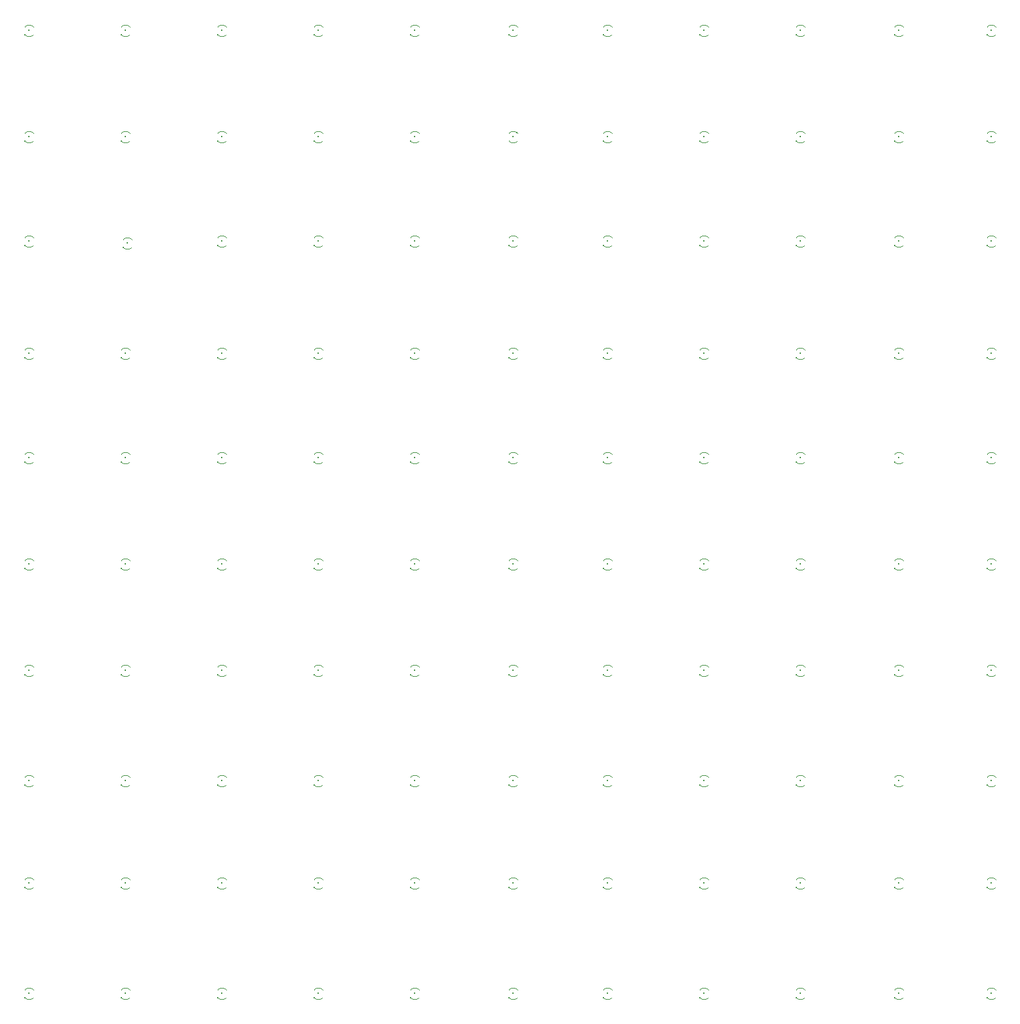
<source format=gbo>
G75*
G70*
%OFA0B0*%
%FSLAX24Y24*%
%IPPOS*%
%LPD*%
%AMOC8*
5,1,8,0,0,1.08239X$1,22.5*
%
%ADD10R,0.0079X0.0079*%
%ADD11C,0.0040*%
%ADD12R,0.0059X0.0098*%
D10*
X004584Y004502D03*
X009484Y004502D03*
X014384Y004502D03*
X019284Y004502D03*
X024184Y004502D03*
X029184Y004502D03*
X033984Y004502D03*
X038884Y004502D03*
X043784Y004502D03*
X048784Y004502D03*
X053484Y004502D03*
X053484Y010102D03*
X048784Y010102D03*
X043784Y010102D03*
X038884Y010102D03*
X033984Y010102D03*
X029184Y010102D03*
X024184Y010102D03*
X019284Y010102D03*
X014384Y010102D03*
X009484Y010102D03*
X004584Y010102D03*
X004584Y015302D03*
X009484Y015302D03*
X014384Y015302D03*
X019284Y015302D03*
X024184Y015302D03*
X029184Y015302D03*
X033984Y015302D03*
X038884Y015302D03*
X043784Y015302D03*
X048784Y015302D03*
X053484Y015302D03*
X053484Y020902D03*
X048784Y020902D03*
X043784Y020902D03*
X038884Y020902D03*
X033984Y020902D03*
X029184Y020902D03*
X024184Y020902D03*
X019284Y020902D03*
X014384Y020902D03*
X009484Y020902D03*
X004584Y020902D03*
X004584Y026302D03*
X009484Y026302D03*
X014384Y026302D03*
X019284Y026302D03*
X024184Y026302D03*
X029184Y026302D03*
X033984Y026302D03*
X038884Y026302D03*
X043784Y026302D03*
X048784Y026302D03*
X053484Y026302D03*
X053484Y031702D03*
X048784Y031702D03*
X043784Y031702D03*
X038884Y031702D03*
X033984Y031702D03*
X029184Y031702D03*
X024184Y031702D03*
X019284Y031702D03*
X014384Y031702D03*
X009484Y031702D03*
X004584Y031702D03*
X004584Y037002D03*
X009484Y037002D03*
X014384Y037002D03*
X019284Y037002D03*
X024184Y037002D03*
X029184Y037002D03*
X033984Y037002D03*
X038884Y037002D03*
X043784Y037002D03*
X048784Y037002D03*
X053484Y037002D03*
X053484Y042702D03*
X048784Y042702D03*
X043784Y042702D03*
X038884Y042702D03*
X033984Y042702D03*
X029184Y042702D03*
X024184Y042702D03*
X019284Y042702D03*
X014384Y042702D03*
X009584Y042602D03*
X004584Y042702D03*
X004584Y048002D03*
X009484Y048002D03*
X014384Y048002D03*
X019284Y048002D03*
X024184Y048002D03*
X029184Y048002D03*
X033984Y048002D03*
X038884Y048002D03*
X043784Y048002D03*
X048784Y048002D03*
X053484Y048002D03*
X053484Y053402D03*
X048784Y053402D03*
X043784Y053402D03*
X038884Y053402D03*
X033984Y053402D03*
X029184Y053402D03*
X024184Y053402D03*
X019284Y053402D03*
X014384Y053402D03*
X009484Y053402D03*
X004584Y053402D03*
D11*
X004801Y053599D02*
X004778Y053622D01*
X004752Y053642D01*
X004724Y053659D01*
X004695Y053673D01*
X004664Y053684D01*
X004633Y053691D01*
X004600Y053695D01*
X004568Y053695D01*
X004535Y053691D01*
X004504Y053684D01*
X004473Y053673D01*
X004444Y053659D01*
X004416Y053642D01*
X004390Y053622D01*
X004367Y053599D01*
X004367Y053205D02*
X004390Y053182D01*
X004416Y053162D01*
X004444Y053145D01*
X004473Y053131D01*
X004504Y053120D01*
X004535Y053113D01*
X004568Y053109D01*
X004600Y053109D01*
X004633Y053113D01*
X004664Y053120D01*
X004695Y053131D01*
X004724Y053145D01*
X004752Y053162D01*
X004778Y053182D01*
X004801Y053205D01*
X009267Y053599D02*
X009290Y053622D01*
X009316Y053642D01*
X009344Y053659D01*
X009373Y053673D01*
X009404Y053684D01*
X009435Y053691D01*
X009468Y053695D01*
X009500Y053695D01*
X009533Y053691D01*
X009564Y053684D01*
X009595Y053673D01*
X009624Y053659D01*
X009652Y053642D01*
X009678Y053622D01*
X009701Y053599D01*
X009701Y053205D02*
X009678Y053182D01*
X009652Y053162D01*
X009624Y053145D01*
X009595Y053131D01*
X009564Y053120D01*
X009533Y053113D01*
X009500Y053109D01*
X009468Y053109D01*
X009435Y053113D01*
X009404Y053120D01*
X009373Y053131D01*
X009344Y053145D01*
X009316Y053162D01*
X009290Y053182D01*
X009267Y053205D01*
X014167Y053599D02*
X014190Y053622D01*
X014216Y053642D01*
X014244Y053659D01*
X014273Y053673D01*
X014304Y053684D01*
X014335Y053691D01*
X014368Y053695D01*
X014400Y053695D01*
X014433Y053691D01*
X014464Y053684D01*
X014495Y053673D01*
X014524Y053659D01*
X014552Y053642D01*
X014578Y053622D01*
X014601Y053599D01*
X014601Y053205D02*
X014578Y053182D01*
X014552Y053162D01*
X014524Y053145D01*
X014495Y053131D01*
X014464Y053120D01*
X014433Y053113D01*
X014400Y053109D01*
X014368Y053109D01*
X014335Y053113D01*
X014304Y053120D01*
X014273Y053131D01*
X014244Y053145D01*
X014216Y053162D01*
X014190Y053182D01*
X014167Y053205D01*
X019067Y053599D02*
X019090Y053622D01*
X019116Y053642D01*
X019144Y053659D01*
X019173Y053673D01*
X019204Y053684D01*
X019235Y053691D01*
X019268Y053695D01*
X019300Y053695D01*
X019333Y053691D01*
X019364Y053684D01*
X019395Y053673D01*
X019424Y053659D01*
X019452Y053642D01*
X019478Y053622D01*
X019501Y053599D01*
X019501Y053205D02*
X019478Y053182D01*
X019452Y053162D01*
X019424Y053145D01*
X019395Y053131D01*
X019364Y053120D01*
X019333Y053113D01*
X019300Y053109D01*
X019268Y053109D01*
X019235Y053113D01*
X019204Y053120D01*
X019173Y053131D01*
X019144Y053145D01*
X019116Y053162D01*
X019090Y053182D01*
X019067Y053205D01*
X023967Y053599D02*
X023990Y053622D01*
X024016Y053642D01*
X024044Y053659D01*
X024073Y053673D01*
X024104Y053684D01*
X024135Y053691D01*
X024168Y053695D01*
X024200Y053695D01*
X024233Y053691D01*
X024264Y053684D01*
X024295Y053673D01*
X024324Y053659D01*
X024352Y053642D01*
X024378Y053622D01*
X024401Y053599D01*
X024401Y053205D02*
X024378Y053182D01*
X024352Y053162D01*
X024324Y053145D01*
X024295Y053131D01*
X024264Y053120D01*
X024233Y053113D01*
X024200Y053109D01*
X024168Y053109D01*
X024135Y053113D01*
X024104Y053120D01*
X024073Y053131D01*
X024044Y053145D01*
X024016Y053162D01*
X023990Y053182D01*
X023967Y053205D01*
X023967Y048199D02*
X023990Y048222D01*
X024016Y048242D01*
X024044Y048259D01*
X024073Y048273D01*
X024104Y048284D01*
X024135Y048291D01*
X024168Y048295D01*
X024200Y048295D01*
X024233Y048291D01*
X024264Y048284D01*
X024295Y048273D01*
X024324Y048259D01*
X024352Y048242D01*
X024378Y048222D01*
X024401Y048199D01*
X024401Y047805D02*
X024378Y047782D01*
X024352Y047762D01*
X024324Y047745D01*
X024295Y047731D01*
X024264Y047720D01*
X024233Y047713D01*
X024200Y047709D01*
X024168Y047709D01*
X024135Y047713D01*
X024104Y047720D01*
X024073Y047731D01*
X024044Y047745D01*
X024016Y047762D01*
X023990Y047782D01*
X023967Y047805D01*
X019501Y048199D02*
X019478Y048222D01*
X019452Y048242D01*
X019424Y048259D01*
X019395Y048273D01*
X019364Y048284D01*
X019333Y048291D01*
X019300Y048295D01*
X019268Y048295D01*
X019235Y048291D01*
X019204Y048284D01*
X019173Y048273D01*
X019144Y048259D01*
X019116Y048242D01*
X019090Y048222D01*
X019067Y048199D01*
X019067Y047805D02*
X019090Y047782D01*
X019116Y047762D01*
X019144Y047745D01*
X019173Y047731D01*
X019204Y047720D01*
X019235Y047713D01*
X019268Y047709D01*
X019300Y047709D01*
X019333Y047713D01*
X019364Y047720D01*
X019395Y047731D01*
X019424Y047745D01*
X019452Y047762D01*
X019478Y047782D01*
X019501Y047805D01*
X019501Y042899D02*
X019478Y042922D01*
X019452Y042942D01*
X019424Y042959D01*
X019395Y042973D01*
X019364Y042984D01*
X019333Y042991D01*
X019300Y042995D01*
X019268Y042995D01*
X019235Y042991D01*
X019204Y042984D01*
X019173Y042973D01*
X019144Y042959D01*
X019116Y042942D01*
X019090Y042922D01*
X019067Y042899D01*
X019067Y042505D02*
X019090Y042482D01*
X019116Y042462D01*
X019144Y042445D01*
X019173Y042431D01*
X019204Y042420D01*
X019235Y042413D01*
X019268Y042409D01*
X019300Y042409D01*
X019333Y042413D01*
X019364Y042420D01*
X019395Y042431D01*
X019424Y042445D01*
X019452Y042462D01*
X019478Y042482D01*
X019501Y042505D01*
X023967Y042899D02*
X023990Y042922D01*
X024016Y042942D01*
X024044Y042959D01*
X024073Y042973D01*
X024104Y042984D01*
X024135Y042991D01*
X024168Y042995D01*
X024200Y042995D01*
X024233Y042991D01*
X024264Y042984D01*
X024295Y042973D01*
X024324Y042959D01*
X024352Y042942D01*
X024378Y042922D01*
X024401Y042899D01*
X024401Y042505D02*
X024378Y042482D01*
X024352Y042462D01*
X024324Y042445D01*
X024295Y042431D01*
X024264Y042420D01*
X024233Y042413D01*
X024200Y042409D01*
X024168Y042409D01*
X024135Y042413D01*
X024104Y042420D01*
X024073Y042431D01*
X024044Y042445D01*
X024016Y042462D01*
X023990Y042482D01*
X023967Y042505D01*
X028967Y042899D02*
X028990Y042922D01*
X029016Y042942D01*
X029044Y042959D01*
X029073Y042973D01*
X029104Y042984D01*
X029135Y042991D01*
X029168Y042995D01*
X029200Y042995D01*
X029233Y042991D01*
X029264Y042984D01*
X029295Y042973D01*
X029324Y042959D01*
X029352Y042942D01*
X029378Y042922D01*
X029401Y042899D01*
X029401Y042505D02*
X029378Y042482D01*
X029352Y042462D01*
X029324Y042445D01*
X029295Y042431D01*
X029264Y042420D01*
X029233Y042413D01*
X029200Y042409D01*
X029168Y042409D01*
X029135Y042413D01*
X029104Y042420D01*
X029073Y042431D01*
X029044Y042445D01*
X029016Y042462D01*
X028990Y042482D01*
X028967Y042505D01*
X033767Y042899D02*
X033790Y042922D01*
X033816Y042942D01*
X033844Y042959D01*
X033873Y042973D01*
X033904Y042984D01*
X033935Y042991D01*
X033968Y042995D01*
X034000Y042995D01*
X034033Y042991D01*
X034064Y042984D01*
X034095Y042973D01*
X034124Y042959D01*
X034152Y042942D01*
X034178Y042922D01*
X034201Y042899D01*
X034201Y042505D02*
X034178Y042482D01*
X034152Y042462D01*
X034124Y042445D01*
X034095Y042431D01*
X034064Y042420D01*
X034033Y042413D01*
X034000Y042409D01*
X033968Y042409D01*
X033935Y042413D01*
X033904Y042420D01*
X033873Y042431D01*
X033844Y042445D01*
X033816Y042462D01*
X033790Y042482D01*
X033767Y042505D01*
X038667Y042899D02*
X038690Y042922D01*
X038716Y042942D01*
X038744Y042959D01*
X038773Y042973D01*
X038804Y042984D01*
X038835Y042991D01*
X038868Y042995D01*
X038900Y042995D01*
X038933Y042991D01*
X038964Y042984D01*
X038995Y042973D01*
X039024Y042959D01*
X039052Y042942D01*
X039078Y042922D01*
X039101Y042899D01*
X039101Y042505D02*
X039078Y042482D01*
X039052Y042462D01*
X039024Y042445D01*
X038995Y042431D01*
X038964Y042420D01*
X038933Y042413D01*
X038900Y042409D01*
X038868Y042409D01*
X038835Y042413D01*
X038804Y042420D01*
X038773Y042431D01*
X038744Y042445D01*
X038716Y042462D01*
X038690Y042482D01*
X038667Y042505D01*
X043567Y042899D02*
X043590Y042922D01*
X043616Y042942D01*
X043644Y042959D01*
X043673Y042973D01*
X043704Y042984D01*
X043735Y042991D01*
X043768Y042995D01*
X043800Y042995D01*
X043833Y042991D01*
X043864Y042984D01*
X043895Y042973D01*
X043924Y042959D01*
X043952Y042942D01*
X043978Y042922D01*
X044001Y042899D01*
X044001Y042505D02*
X043978Y042482D01*
X043952Y042462D01*
X043924Y042445D01*
X043895Y042431D01*
X043864Y042420D01*
X043833Y042413D01*
X043800Y042409D01*
X043768Y042409D01*
X043735Y042413D01*
X043704Y042420D01*
X043673Y042431D01*
X043644Y042445D01*
X043616Y042462D01*
X043590Y042482D01*
X043567Y042505D01*
X048567Y042899D02*
X048590Y042922D01*
X048616Y042942D01*
X048644Y042959D01*
X048673Y042973D01*
X048704Y042984D01*
X048735Y042991D01*
X048768Y042995D01*
X048800Y042995D01*
X048833Y042991D01*
X048864Y042984D01*
X048895Y042973D01*
X048924Y042959D01*
X048952Y042942D01*
X048978Y042922D01*
X049001Y042899D01*
X049001Y042505D02*
X048978Y042482D01*
X048952Y042462D01*
X048924Y042445D01*
X048895Y042431D01*
X048864Y042420D01*
X048833Y042413D01*
X048800Y042409D01*
X048768Y042409D01*
X048735Y042413D01*
X048704Y042420D01*
X048673Y042431D01*
X048644Y042445D01*
X048616Y042462D01*
X048590Y042482D01*
X048567Y042505D01*
X053267Y042899D02*
X053290Y042922D01*
X053316Y042942D01*
X053344Y042959D01*
X053373Y042973D01*
X053404Y042984D01*
X053435Y042991D01*
X053468Y042995D01*
X053500Y042995D01*
X053533Y042991D01*
X053564Y042984D01*
X053595Y042973D01*
X053624Y042959D01*
X053652Y042942D01*
X053678Y042922D01*
X053701Y042899D01*
X053701Y042505D02*
X053678Y042482D01*
X053652Y042462D01*
X053624Y042445D01*
X053595Y042431D01*
X053564Y042420D01*
X053533Y042413D01*
X053500Y042409D01*
X053468Y042409D01*
X053435Y042413D01*
X053404Y042420D01*
X053373Y042431D01*
X053344Y042445D01*
X053316Y042462D01*
X053290Y042482D01*
X053267Y042505D01*
X053267Y037199D02*
X053290Y037222D01*
X053316Y037242D01*
X053344Y037259D01*
X053373Y037273D01*
X053404Y037284D01*
X053435Y037291D01*
X053468Y037295D01*
X053500Y037295D01*
X053533Y037291D01*
X053564Y037284D01*
X053595Y037273D01*
X053624Y037259D01*
X053652Y037242D01*
X053678Y037222D01*
X053701Y037199D01*
X053701Y036805D02*
X053678Y036782D01*
X053652Y036762D01*
X053624Y036745D01*
X053595Y036731D01*
X053564Y036720D01*
X053533Y036713D01*
X053500Y036709D01*
X053468Y036709D01*
X053435Y036713D01*
X053404Y036720D01*
X053373Y036731D01*
X053344Y036745D01*
X053316Y036762D01*
X053290Y036782D01*
X053267Y036805D01*
X049001Y037199D02*
X048978Y037222D01*
X048952Y037242D01*
X048924Y037259D01*
X048895Y037273D01*
X048864Y037284D01*
X048833Y037291D01*
X048800Y037295D01*
X048768Y037295D01*
X048735Y037291D01*
X048704Y037284D01*
X048673Y037273D01*
X048644Y037259D01*
X048616Y037242D01*
X048590Y037222D01*
X048567Y037199D01*
X048567Y036805D02*
X048590Y036782D01*
X048616Y036762D01*
X048644Y036745D01*
X048673Y036731D01*
X048704Y036720D01*
X048735Y036713D01*
X048768Y036709D01*
X048800Y036709D01*
X048833Y036713D01*
X048864Y036720D01*
X048895Y036731D01*
X048924Y036745D01*
X048952Y036762D01*
X048978Y036782D01*
X049001Y036805D01*
X049001Y031899D02*
X048978Y031922D01*
X048952Y031942D01*
X048924Y031959D01*
X048895Y031973D01*
X048864Y031984D01*
X048833Y031991D01*
X048800Y031995D01*
X048768Y031995D01*
X048735Y031991D01*
X048704Y031984D01*
X048673Y031973D01*
X048644Y031959D01*
X048616Y031942D01*
X048590Y031922D01*
X048567Y031899D01*
X048567Y031505D02*
X048590Y031482D01*
X048616Y031462D01*
X048644Y031445D01*
X048673Y031431D01*
X048704Y031420D01*
X048735Y031413D01*
X048768Y031409D01*
X048800Y031409D01*
X048833Y031413D01*
X048864Y031420D01*
X048895Y031431D01*
X048924Y031445D01*
X048952Y031462D01*
X048978Y031482D01*
X049001Y031505D01*
X053267Y031899D02*
X053290Y031922D01*
X053316Y031942D01*
X053344Y031959D01*
X053373Y031973D01*
X053404Y031984D01*
X053435Y031991D01*
X053468Y031995D01*
X053500Y031995D01*
X053533Y031991D01*
X053564Y031984D01*
X053595Y031973D01*
X053624Y031959D01*
X053652Y031942D01*
X053678Y031922D01*
X053701Y031899D01*
X053701Y031505D02*
X053678Y031482D01*
X053652Y031462D01*
X053624Y031445D01*
X053595Y031431D01*
X053564Y031420D01*
X053533Y031413D01*
X053500Y031409D01*
X053468Y031409D01*
X053435Y031413D01*
X053404Y031420D01*
X053373Y031431D01*
X053344Y031445D01*
X053316Y031462D01*
X053290Y031482D01*
X053267Y031505D01*
X053267Y026499D02*
X053290Y026522D01*
X053316Y026542D01*
X053344Y026559D01*
X053373Y026573D01*
X053404Y026584D01*
X053435Y026591D01*
X053468Y026595D01*
X053500Y026595D01*
X053533Y026591D01*
X053564Y026584D01*
X053595Y026573D01*
X053624Y026559D01*
X053652Y026542D01*
X053678Y026522D01*
X053701Y026499D01*
X053701Y026105D02*
X053678Y026082D01*
X053652Y026062D01*
X053624Y026045D01*
X053595Y026031D01*
X053564Y026020D01*
X053533Y026013D01*
X053500Y026009D01*
X053468Y026009D01*
X053435Y026013D01*
X053404Y026020D01*
X053373Y026031D01*
X053344Y026045D01*
X053316Y026062D01*
X053290Y026082D01*
X053267Y026105D01*
X049001Y026499D02*
X048978Y026522D01*
X048952Y026542D01*
X048924Y026559D01*
X048895Y026573D01*
X048864Y026584D01*
X048833Y026591D01*
X048800Y026595D01*
X048768Y026595D01*
X048735Y026591D01*
X048704Y026584D01*
X048673Y026573D01*
X048644Y026559D01*
X048616Y026542D01*
X048590Y026522D01*
X048567Y026499D01*
X048567Y026105D02*
X048590Y026082D01*
X048616Y026062D01*
X048644Y026045D01*
X048673Y026031D01*
X048704Y026020D01*
X048735Y026013D01*
X048768Y026009D01*
X048800Y026009D01*
X048833Y026013D01*
X048864Y026020D01*
X048895Y026031D01*
X048924Y026045D01*
X048952Y026062D01*
X048978Y026082D01*
X049001Y026105D01*
X049001Y021099D02*
X048978Y021122D01*
X048952Y021142D01*
X048924Y021159D01*
X048895Y021173D01*
X048864Y021184D01*
X048833Y021191D01*
X048800Y021195D01*
X048768Y021195D01*
X048735Y021191D01*
X048704Y021184D01*
X048673Y021173D01*
X048644Y021159D01*
X048616Y021142D01*
X048590Y021122D01*
X048567Y021099D01*
X048567Y020705D02*
X048590Y020682D01*
X048616Y020662D01*
X048644Y020645D01*
X048673Y020631D01*
X048704Y020620D01*
X048735Y020613D01*
X048768Y020609D01*
X048800Y020609D01*
X048833Y020613D01*
X048864Y020620D01*
X048895Y020631D01*
X048924Y020645D01*
X048952Y020662D01*
X048978Y020682D01*
X049001Y020705D01*
X053267Y021099D02*
X053290Y021122D01*
X053316Y021142D01*
X053344Y021159D01*
X053373Y021173D01*
X053404Y021184D01*
X053435Y021191D01*
X053468Y021195D01*
X053500Y021195D01*
X053533Y021191D01*
X053564Y021184D01*
X053595Y021173D01*
X053624Y021159D01*
X053652Y021142D01*
X053678Y021122D01*
X053701Y021099D01*
X053701Y020705D02*
X053678Y020682D01*
X053652Y020662D01*
X053624Y020645D01*
X053595Y020631D01*
X053564Y020620D01*
X053533Y020613D01*
X053500Y020609D01*
X053468Y020609D01*
X053435Y020613D01*
X053404Y020620D01*
X053373Y020631D01*
X053344Y020645D01*
X053316Y020662D01*
X053290Y020682D01*
X053267Y020705D01*
X053267Y015499D02*
X053290Y015522D01*
X053316Y015542D01*
X053344Y015559D01*
X053373Y015573D01*
X053404Y015584D01*
X053435Y015591D01*
X053468Y015595D01*
X053500Y015595D01*
X053533Y015591D01*
X053564Y015584D01*
X053595Y015573D01*
X053624Y015559D01*
X053652Y015542D01*
X053678Y015522D01*
X053701Y015499D01*
X053701Y015105D02*
X053678Y015082D01*
X053652Y015062D01*
X053624Y015045D01*
X053595Y015031D01*
X053564Y015020D01*
X053533Y015013D01*
X053500Y015009D01*
X053468Y015009D01*
X053435Y015013D01*
X053404Y015020D01*
X053373Y015031D01*
X053344Y015045D01*
X053316Y015062D01*
X053290Y015082D01*
X053267Y015105D01*
X049001Y015499D02*
X048978Y015522D01*
X048952Y015542D01*
X048924Y015559D01*
X048895Y015573D01*
X048864Y015584D01*
X048833Y015591D01*
X048800Y015595D01*
X048768Y015595D01*
X048735Y015591D01*
X048704Y015584D01*
X048673Y015573D01*
X048644Y015559D01*
X048616Y015542D01*
X048590Y015522D01*
X048567Y015499D01*
X048567Y015105D02*
X048590Y015082D01*
X048616Y015062D01*
X048644Y015045D01*
X048673Y015031D01*
X048704Y015020D01*
X048735Y015013D01*
X048768Y015009D01*
X048800Y015009D01*
X048833Y015013D01*
X048864Y015020D01*
X048895Y015031D01*
X048924Y015045D01*
X048952Y015062D01*
X048978Y015082D01*
X049001Y015105D01*
X049001Y010299D02*
X048978Y010322D01*
X048952Y010342D01*
X048924Y010359D01*
X048895Y010373D01*
X048864Y010384D01*
X048833Y010391D01*
X048800Y010395D01*
X048768Y010395D01*
X048735Y010391D01*
X048704Y010384D01*
X048673Y010373D01*
X048644Y010359D01*
X048616Y010342D01*
X048590Y010322D01*
X048567Y010299D01*
X048567Y009905D02*
X048590Y009882D01*
X048616Y009862D01*
X048644Y009845D01*
X048673Y009831D01*
X048704Y009820D01*
X048735Y009813D01*
X048768Y009809D01*
X048800Y009809D01*
X048833Y009813D01*
X048864Y009820D01*
X048895Y009831D01*
X048924Y009845D01*
X048952Y009862D01*
X048978Y009882D01*
X049001Y009905D01*
X053267Y010299D02*
X053290Y010322D01*
X053316Y010342D01*
X053344Y010359D01*
X053373Y010373D01*
X053404Y010384D01*
X053435Y010391D01*
X053468Y010395D01*
X053500Y010395D01*
X053533Y010391D01*
X053564Y010384D01*
X053595Y010373D01*
X053624Y010359D01*
X053652Y010342D01*
X053678Y010322D01*
X053701Y010299D01*
X053701Y009905D02*
X053678Y009882D01*
X053652Y009862D01*
X053624Y009845D01*
X053595Y009831D01*
X053564Y009820D01*
X053533Y009813D01*
X053500Y009809D01*
X053468Y009809D01*
X053435Y009813D01*
X053404Y009820D01*
X053373Y009831D01*
X053344Y009845D01*
X053316Y009862D01*
X053290Y009882D01*
X053267Y009905D01*
X053267Y004699D02*
X053290Y004722D01*
X053316Y004742D01*
X053344Y004759D01*
X053373Y004773D01*
X053404Y004784D01*
X053435Y004791D01*
X053468Y004795D01*
X053500Y004795D01*
X053533Y004791D01*
X053564Y004784D01*
X053595Y004773D01*
X053624Y004759D01*
X053652Y004742D01*
X053678Y004722D01*
X053701Y004699D01*
X053701Y004305D02*
X053678Y004282D01*
X053652Y004262D01*
X053624Y004245D01*
X053595Y004231D01*
X053564Y004220D01*
X053533Y004213D01*
X053500Y004209D01*
X053468Y004209D01*
X053435Y004213D01*
X053404Y004220D01*
X053373Y004231D01*
X053344Y004245D01*
X053316Y004262D01*
X053290Y004282D01*
X053267Y004305D01*
X049001Y004699D02*
X048978Y004722D01*
X048952Y004742D01*
X048924Y004759D01*
X048895Y004773D01*
X048864Y004784D01*
X048833Y004791D01*
X048800Y004795D01*
X048768Y004795D01*
X048735Y004791D01*
X048704Y004784D01*
X048673Y004773D01*
X048644Y004759D01*
X048616Y004742D01*
X048590Y004722D01*
X048567Y004699D01*
X048567Y004305D02*
X048590Y004282D01*
X048616Y004262D01*
X048644Y004245D01*
X048673Y004231D01*
X048704Y004220D01*
X048735Y004213D01*
X048768Y004209D01*
X048800Y004209D01*
X048833Y004213D01*
X048864Y004220D01*
X048895Y004231D01*
X048924Y004245D01*
X048952Y004262D01*
X048978Y004282D01*
X049001Y004305D01*
X044001Y004699D02*
X043978Y004722D01*
X043952Y004742D01*
X043924Y004759D01*
X043895Y004773D01*
X043864Y004784D01*
X043833Y004791D01*
X043800Y004795D01*
X043768Y004795D01*
X043735Y004791D01*
X043704Y004784D01*
X043673Y004773D01*
X043644Y004759D01*
X043616Y004742D01*
X043590Y004722D01*
X043567Y004699D01*
X043567Y004305D02*
X043590Y004282D01*
X043616Y004262D01*
X043644Y004245D01*
X043673Y004231D01*
X043704Y004220D01*
X043735Y004213D01*
X043768Y004209D01*
X043800Y004209D01*
X043833Y004213D01*
X043864Y004220D01*
X043895Y004231D01*
X043924Y004245D01*
X043952Y004262D01*
X043978Y004282D01*
X044001Y004305D01*
X039101Y004699D02*
X039078Y004722D01*
X039052Y004742D01*
X039024Y004759D01*
X038995Y004773D01*
X038964Y004784D01*
X038933Y004791D01*
X038900Y004795D01*
X038868Y004795D01*
X038835Y004791D01*
X038804Y004784D01*
X038773Y004773D01*
X038744Y004759D01*
X038716Y004742D01*
X038690Y004722D01*
X038667Y004699D01*
X038667Y004305D02*
X038690Y004282D01*
X038716Y004262D01*
X038744Y004245D01*
X038773Y004231D01*
X038804Y004220D01*
X038835Y004213D01*
X038868Y004209D01*
X038900Y004209D01*
X038933Y004213D01*
X038964Y004220D01*
X038995Y004231D01*
X039024Y004245D01*
X039052Y004262D01*
X039078Y004282D01*
X039101Y004305D01*
X034201Y004699D02*
X034178Y004722D01*
X034152Y004742D01*
X034124Y004759D01*
X034095Y004773D01*
X034064Y004784D01*
X034033Y004791D01*
X034000Y004795D01*
X033968Y004795D01*
X033935Y004791D01*
X033904Y004784D01*
X033873Y004773D01*
X033844Y004759D01*
X033816Y004742D01*
X033790Y004722D01*
X033767Y004699D01*
X033767Y004305D02*
X033790Y004282D01*
X033816Y004262D01*
X033844Y004245D01*
X033873Y004231D01*
X033904Y004220D01*
X033935Y004213D01*
X033968Y004209D01*
X034000Y004209D01*
X034033Y004213D01*
X034064Y004220D01*
X034095Y004231D01*
X034124Y004245D01*
X034152Y004262D01*
X034178Y004282D01*
X034201Y004305D01*
X029401Y004699D02*
X029378Y004722D01*
X029352Y004742D01*
X029324Y004759D01*
X029295Y004773D01*
X029264Y004784D01*
X029233Y004791D01*
X029200Y004795D01*
X029168Y004795D01*
X029135Y004791D01*
X029104Y004784D01*
X029073Y004773D01*
X029044Y004759D01*
X029016Y004742D01*
X028990Y004722D01*
X028967Y004699D01*
X028967Y004305D02*
X028990Y004282D01*
X029016Y004262D01*
X029044Y004245D01*
X029073Y004231D01*
X029104Y004220D01*
X029135Y004213D01*
X029168Y004209D01*
X029200Y004209D01*
X029233Y004213D01*
X029264Y004220D01*
X029295Y004231D01*
X029324Y004245D01*
X029352Y004262D01*
X029378Y004282D01*
X029401Y004305D01*
X024401Y004699D02*
X024378Y004722D01*
X024352Y004742D01*
X024324Y004759D01*
X024295Y004773D01*
X024264Y004784D01*
X024233Y004791D01*
X024200Y004795D01*
X024168Y004795D01*
X024135Y004791D01*
X024104Y004784D01*
X024073Y004773D01*
X024044Y004759D01*
X024016Y004742D01*
X023990Y004722D01*
X023967Y004699D01*
X023967Y004305D02*
X023990Y004282D01*
X024016Y004262D01*
X024044Y004245D01*
X024073Y004231D01*
X024104Y004220D01*
X024135Y004213D01*
X024168Y004209D01*
X024200Y004209D01*
X024233Y004213D01*
X024264Y004220D01*
X024295Y004231D01*
X024324Y004245D01*
X024352Y004262D01*
X024378Y004282D01*
X024401Y004305D01*
X019501Y004699D02*
X019478Y004722D01*
X019452Y004742D01*
X019424Y004759D01*
X019395Y004773D01*
X019364Y004784D01*
X019333Y004791D01*
X019300Y004795D01*
X019268Y004795D01*
X019235Y004791D01*
X019204Y004784D01*
X019173Y004773D01*
X019144Y004759D01*
X019116Y004742D01*
X019090Y004722D01*
X019067Y004699D01*
X019067Y004305D02*
X019090Y004282D01*
X019116Y004262D01*
X019144Y004245D01*
X019173Y004231D01*
X019204Y004220D01*
X019235Y004213D01*
X019268Y004209D01*
X019300Y004209D01*
X019333Y004213D01*
X019364Y004220D01*
X019395Y004231D01*
X019424Y004245D01*
X019452Y004262D01*
X019478Y004282D01*
X019501Y004305D01*
X014601Y004699D02*
X014578Y004722D01*
X014552Y004742D01*
X014524Y004759D01*
X014495Y004773D01*
X014464Y004784D01*
X014433Y004791D01*
X014400Y004795D01*
X014368Y004795D01*
X014335Y004791D01*
X014304Y004784D01*
X014273Y004773D01*
X014244Y004759D01*
X014216Y004742D01*
X014190Y004722D01*
X014167Y004699D01*
X014167Y004305D02*
X014190Y004282D01*
X014216Y004262D01*
X014244Y004245D01*
X014273Y004231D01*
X014304Y004220D01*
X014335Y004213D01*
X014368Y004209D01*
X014400Y004209D01*
X014433Y004213D01*
X014464Y004220D01*
X014495Y004231D01*
X014524Y004245D01*
X014552Y004262D01*
X014578Y004282D01*
X014601Y004305D01*
X009701Y004699D02*
X009678Y004722D01*
X009652Y004742D01*
X009624Y004759D01*
X009595Y004773D01*
X009564Y004784D01*
X009533Y004791D01*
X009500Y004795D01*
X009468Y004795D01*
X009435Y004791D01*
X009404Y004784D01*
X009373Y004773D01*
X009344Y004759D01*
X009316Y004742D01*
X009290Y004722D01*
X009267Y004699D01*
X009267Y004305D02*
X009290Y004282D01*
X009316Y004262D01*
X009344Y004245D01*
X009373Y004231D01*
X009404Y004220D01*
X009435Y004213D01*
X009468Y004209D01*
X009500Y004209D01*
X009533Y004213D01*
X009564Y004220D01*
X009595Y004231D01*
X009624Y004245D01*
X009652Y004262D01*
X009678Y004282D01*
X009701Y004305D01*
X004801Y004699D02*
X004778Y004722D01*
X004752Y004742D01*
X004724Y004759D01*
X004695Y004773D01*
X004664Y004784D01*
X004633Y004791D01*
X004600Y004795D01*
X004568Y004795D01*
X004535Y004791D01*
X004504Y004784D01*
X004473Y004773D01*
X004444Y004759D01*
X004416Y004742D01*
X004390Y004722D01*
X004367Y004699D01*
X004367Y004305D02*
X004390Y004282D01*
X004416Y004262D01*
X004444Y004245D01*
X004473Y004231D01*
X004504Y004220D01*
X004535Y004213D01*
X004568Y004209D01*
X004600Y004209D01*
X004633Y004213D01*
X004664Y004220D01*
X004695Y004231D01*
X004724Y004245D01*
X004752Y004262D01*
X004778Y004282D01*
X004801Y004305D01*
X004801Y010299D02*
X004778Y010322D01*
X004752Y010342D01*
X004724Y010359D01*
X004695Y010373D01*
X004664Y010384D01*
X004633Y010391D01*
X004600Y010395D01*
X004568Y010395D01*
X004535Y010391D01*
X004504Y010384D01*
X004473Y010373D01*
X004444Y010359D01*
X004416Y010342D01*
X004390Y010322D01*
X004367Y010299D01*
X004367Y009905D02*
X004390Y009882D01*
X004416Y009862D01*
X004444Y009845D01*
X004473Y009831D01*
X004504Y009820D01*
X004535Y009813D01*
X004568Y009809D01*
X004600Y009809D01*
X004633Y009813D01*
X004664Y009820D01*
X004695Y009831D01*
X004724Y009845D01*
X004752Y009862D01*
X004778Y009882D01*
X004801Y009905D01*
X009267Y010299D02*
X009290Y010322D01*
X009316Y010342D01*
X009344Y010359D01*
X009373Y010373D01*
X009404Y010384D01*
X009435Y010391D01*
X009468Y010395D01*
X009500Y010395D01*
X009533Y010391D01*
X009564Y010384D01*
X009595Y010373D01*
X009624Y010359D01*
X009652Y010342D01*
X009678Y010322D01*
X009701Y010299D01*
X009701Y009905D02*
X009678Y009882D01*
X009652Y009862D01*
X009624Y009845D01*
X009595Y009831D01*
X009564Y009820D01*
X009533Y009813D01*
X009500Y009809D01*
X009468Y009809D01*
X009435Y009813D01*
X009404Y009820D01*
X009373Y009831D01*
X009344Y009845D01*
X009316Y009862D01*
X009290Y009882D01*
X009267Y009905D01*
X014167Y010299D02*
X014190Y010322D01*
X014216Y010342D01*
X014244Y010359D01*
X014273Y010373D01*
X014304Y010384D01*
X014335Y010391D01*
X014368Y010395D01*
X014400Y010395D01*
X014433Y010391D01*
X014464Y010384D01*
X014495Y010373D01*
X014524Y010359D01*
X014552Y010342D01*
X014578Y010322D01*
X014601Y010299D01*
X014601Y009905D02*
X014578Y009882D01*
X014552Y009862D01*
X014524Y009845D01*
X014495Y009831D01*
X014464Y009820D01*
X014433Y009813D01*
X014400Y009809D01*
X014368Y009809D01*
X014335Y009813D01*
X014304Y009820D01*
X014273Y009831D01*
X014244Y009845D01*
X014216Y009862D01*
X014190Y009882D01*
X014167Y009905D01*
X019067Y010299D02*
X019090Y010322D01*
X019116Y010342D01*
X019144Y010359D01*
X019173Y010373D01*
X019204Y010384D01*
X019235Y010391D01*
X019268Y010395D01*
X019300Y010395D01*
X019333Y010391D01*
X019364Y010384D01*
X019395Y010373D01*
X019424Y010359D01*
X019452Y010342D01*
X019478Y010322D01*
X019501Y010299D01*
X019501Y009905D02*
X019478Y009882D01*
X019452Y009862D01*
X019424Y009845D01*
X019395Y009831D01*
X019364Y009820D01*
X019333Y009813D01*
X019300Y009809D01*
X019268Y009809D01*
X019235Y009813D01*
X019204Y009820D01*
X019173Y009831D01*
X019144Y009845D01*
X019116Y009862D01*
X019090Y009882D01*
X019067Y009905D01*
X023967Y010299D02*
X023990Y010322D01*
X024016Y010342D01*
X024044Y010359D01*
X024073Y010373D01*
X024104Y010384D01*
X024135Y010391D01*
X024168Y010395D01*
X024200Y010395D01*
X024233Y010391D01*
X024264Y010384D01*
X024295Y010373D01*
X024324Y010359D01*
X024352Y010342D01*
X024378Y010322D01*
X024401Y010299D01*
X024401Y009905D02*
X024378Y009882D01*
X024352Y009862D01*
X024324Y009845D01*
X024295Y009831D01*
X024264Y009820D01*
X024233Y009813D01*
X024200Y009809D01*
X024168Y009809D01*
X024135Y009813D01*
X024104Y009820D01*
X024073Y009831D01*
X024044Y009845D01*
X024016Y009862D01*
X023990Y009882D01*
X023967Y009905D01*
X028967Y010299D02*
X028990Y010322D01*
X029016Y010342D01*
X029044Y010359D01*
X029073Y010373D01*
X029104Y010384D01*
X029135Y010391D01*
X029168Y010395D01*
X029200Y010395D01*
X029233Y010391D01*
X029264Y010384D01*
X029295Y010373D01*
X029324Y010359D01*
X029352Y010342D01*
X029378Y010322D01*
X029401Y010299D01*
X029401Y009905D02*
X029378Y009882D01*
X029352Y009862D01*
X029324Y009845D01*
X029295Y009831D01*
X029264Y009820D01*
X029233Y009813D01*
X029200Y009809D01*
X029168Y009809D01*
X029135Y009813D01*
X029104Y009820D01*
X029073Y009831D01*
X029044Y009845D01*
X029016Y009862D01*
X028990Y009882D01*
X028967Y009905D01*
X033767Y010299D02*
X033790Y010322D01*
X033816Y010342D01*
X033844Y010359D01*
X033873Y010373D01*
X033904Y010384D01*
X033935Y010391D01*
X033968Y010395D01*
X034000Y010395D01*
X034033Y010391D01*
X034064Y010384D01*
X034095Y010373D01*
X034124Y010359D01*
X034152Y010342D01*
X034178Y010322D01*
X034201Y010299D01*
X034201Y009905D02*
X034178Y009882D01*
X034152Y009862D01*
X034124Y009845D01*
X034095Y009831D01*
X034064Y009820D01*
X034033Y009813D01*
X034000Y009809D01*
X033968Y009809D01*
X033935Y009813D01*
X033904Y009820D01*
X033873Y009831D01*
X033844Y009845D01*
X033816Y009862D01*
X033790Y009882D01*
X033767Y009905D01*
X038667Y010299D02*
X038690Y010322D01*
X038716Y010342D01*
X038744Y010359D01*
X038773Y010373D01*
X038804Y010384D01*
X038835Y010391D01*
X038868Y010395D01*
X038900Y010395D01*
X038933Y010391D01*
X038964Y010384D01*
X038995Y010373D01*
X039024Y010359D01*
X039052Y010342D01*
X039078Y010322D01*
X039101Y010299D01*
X039101Y009905D02*
X039078Y009882D01*
X039052Y009862D01*
X039024Y009845D01*
X038995Y009831D01*
X038964Y009820D01*
X038933Y009813D01*
X038900Y009809D01*
X038868Y009809D01*
X038835Y009813D01*
X038804Y009820D01*
X038773Y009831D01*
X038744Y009845D01*
X038716Y009862D01*
X038690Y009882D01*
X038667Y009905D01*
X043567Y010299D02*
X043590Y010322D01*
X043616Y010342D01*
X043644Y010359D01*
X043673Y010373D01*
X043704Y010384D01*
X043735Y010391D01*
X043768Y010395D01*
X043800Y010395D01*
X043833Y010391D01*
X043864Y010384D01*
X043895Y010373D01*
X043924Y010359D01*
X043952Y010342D01*
X043978Y010322D01*
X044001Y010299D01*
X044001Y009905D02*
X043978Y009882D01*
X043952Y009862D01*
X043924Y009845D01*
X043895Y009831D01*
X043864Y009820D01*
X043833Y009813D01*
X043800Y009809D01*
X043768Y009809D01*
X043735Y009813D01*
X043704Y009820D01*
X043673Y009831D01*
X043644Y009845D01*
X043616Y009862D01*
X043590Y009882D01*
X043567Y009905D01*
X043567Y015499D02*
X043590Y015522D01*
X043616Y015542D01*
X043644Y015559D01*
X043673Y015573D01*
X043704Y015584D01*
X043735Y015591D01*
X043768Y015595D01*
X043800Y015595D01*
X043833Y015591D01*
X043864Y015584D01*
X043895Y015573D01*
X043924Y015559D01*
X043952Y015542D01*
X043978Y015522D01*
X044001Y015499D01*
X044001Y015105D02*
X043978Y015082D01*
X043952Y015062D01*
X043924Y015045D01*
X043895Y015031D01*
X043864Y015020D01*
X043833Y015013D01*
X043800Y015009D01*
X043768Y015009D01*
X043735Y015013D01*
X043704Y015020D01*
X043673Y015031D01*
X043644Y015045D01*
X043616Y015062D01*
X043590Y015082D01*
X043567Y015105D01*
X039101Y015499D02*
X039078Y015522D01*
X039052Y015542D01*
X039024Y015559D01*
X038995Y015573D01*
X038964Y015584D01*
X038933Y015591D01*
X038900Y015595D01*
X038868Y015595D01*
X038835Y015591D01*
X038804Y015584D01*
X038773Y015573D01*
X038744Y015559D01*
X038716Y015542D01*
X038690Y015522D01*
X038667Y015499D01*
X038667Y015105D02*
X038690Y015082D01*
X038716Y015062D01*
X038744Y015045D01*
X038773Y015031D01*
X038804Y015020D01*
X038835Y015013D01*
X038868Y015009D01*
X038900Y015009D01*
X038933Y015013D01*
X038964Y015020D01*
X038995Y015031D01*
X039024Y015045D01*
X039052Y015062D01*
X039078Y015082D01*
X039101Y015105D01*
X034201Y015499D02*
X034178Y015522D01*
X034152Y015542D01*
X034124Y015559D01*
X034095Y015573D01*
X034064Y015584D01*
X034033Y015591D01*
X034000Y015595D01*
X033968Y015595D01*
X033935Y015591D01*
X033904Y015584D01*
X033873Y015573D01*
X033844Y015559D01*
X033816Y015542D01*
X033790Y015522D01*
X033767Y015499D01*
X033767Y015105D02*
X033790Y015082D01*
X033816Y015062D01*
X033844Y015045D01*
X033873Y015031D01*
X033904Y015020D01*
X033935Y015013D01*
X033968Y015009D01*
X034000Y015009D01*
X034033Y015013D01*
X034064Y015020D01*
X034095Y015031D01*
X034124Y015045D01*
X034152Y015062D01*
X034178Y015082D01*
X034201Y015105D01*
X029401Y015499D02*
X029378Y015522D01*
X029352Y015542D01*
X029324Y015559D01*
X029295Y015573D01*
X029264Y015584D01*
X029233Y015591D01*
X029200Y015595D01*
X029168Y015595D01*
X029135Y015591D01*
X029104Y015584D01*
X029073Y015573D01*
X029044Y015559D01*
X029016Y015542D01*
X028990Y015522D01*
X028967Y015499D01*
X028967Y015105D02*
X028990Y015082D01*
X029016Y015062D01*
X029044Y015045D01*
X029073Y015031D01*
X029104Y015020D01*
X029135Y015013D01*
X029168Y015009D01*
X029200Y015009D01*
X029233Y015013D01*
X029264Y015020D01*
X029295Y015031D01*
X029324Y015045D01*
X029352Y015062D01*
X029378Y015082D01*
X029401Y015105D01*
X024401Y015499D02*
X024378Y015522D01*
X024352Y015542D01*
X024324Y015559D01*
X024295Y015573D01*
X024264Y015584D01*
X024233Y015591D01*
X024200Y015595D01*
X024168Y015595D01*
X024135Y015591D01*
X024104Y015584D01*
X024073Y015573D01*
X024044Y015559D01*
X024016Y015542D01*
X023990Y015522D01*
X023967Y015499D01*
X023967Y015105D02*
X023990Y015082D01*
X024016Y015062D01*
X024044Y015045D01*
X024073Y015031D01*
X024104Y015020D01*
X024135Y015013D01*
X024168Y015009D01*
X024200Y015009D01*
X024233Y015013D01*
X024264Y015020D01*
X024295Y015031D01*
X024324Y015045D01*
X024352Y015062D01*
X024378Y015082D01*
X024401Y015105D01*
X019501Y015499D02*
X019478Y015522D01*
X019452Y015542D01*
X019424Y015559D01*
X019395Y015573D01*
X019364Y015584D01*
X019333Y015591D01*
X019300Y015595D01*
X019268Y015595D01*
X019235Y015591D01*
X019204Y015584D01*
X019173Y015573D01*
X019144Y015559D01*
X019116Y015542D01*
X019090Y015522D01*
X019067Y015499D01*
X019067Y015105D02*
X019090Y015082D01*
X019116Y015062D01*
X019144Y015045D01*
X019173Y015031D01*
X019204Y015020D01*
X019235Y015013D01*
X019268Y015009D01*
X019300Y015009D01*
X019333Y015013D01*
X019364Y015020D01*
X019395Y015031D01*
X019424Y015045D01*
X019452Y015062D01*
X019478Y015082D01*
X019501Y015105D01*
X014601Y015499D02*
X014578Y015522D01*
X014552Y015542D01*
X014524Y015559D01*
X014495Y015573D01*
X014464Y015584D01*
X014433Y015591D01*
X014400Y015595D01*
X014368Y015595D01*
X014335Y015591D01*
X014304Y015584D01*
X014273Y015573D01*
X014244Y015559D01*
X014216Y015542D01*
X014190Y015522D01*
X014167Y015499D01*
X014167Y015105D02*
X014190Y015082D01*
X014216Y015062D01*
X014244Y015045D01*
X014273Y015031D01*
X014304Y015020D01*
X014335Y015013D01*
X014368Y015009D01*
X014400Y015009D01*
X014433Y015013D01*
X014464Y015020D01*
X014495Y015031D01*
X014524Y015045D01*
X014552Y015062D01*
X014578Y015082D01*
X014601Y015105D01*
X009701Y015499D02*
X009678Y015522D01*
X009652Y015542D01*
X009624Y015559D01*
X009595Y015573D01*
X009564Y015584D01*
X009533Y015591D01*
X009500Y015595D01*
X009468Y015595D01*
X009435Y015591D01*
X009404Y015584D01*
X009373Y015573D01*
X009344Y015559D01*
X009316Y015542D01*
X009290Y015522D01*
X009267Y015499D01*
X009267Y015105D02*
X009290Y015082D01*
X009316Y015062D01*
X009344Y015045D01*
X009373Y015031D01*
X009404Y015020D01*
X009435Y015013D01*
X009468Y015009D01*
X009500Y015009D01*
X009533Y015013D01*
X009564Y015020D01*
X009595Y015031D01*
X009624Y015045D01*
X009652Y015062D01*
X009678Y015082D01*
X009701Y015105D01*
X004801Y015499D02*
X004778Y015522D01*
X004752Y015542D01*
X004724Y015559D01*
X004695Y015573D01*
X004664Y015584D01*
X004633Y015591D01*
X004600Y015595D01*
X004568Y015595D01*
X004535Y015591D01*
X004504Y015584D01*
X004473Y015573D01*
X004444Y015559D01*
X004416Y015542D01*
X004390Y015522D01*
X004367Y015499D01*
X004367Y015105D02*
X004390Y015082D01*
X004416Y015062D01*
X004444Y015045D01*
X004473Y015031D01*
X004504Y015020D01*
X004535Y015013D01*
X004568Y015009D01*
X004600Y015009D01*
X004633Y015013D01*
X004664Y015020D01*
X004695Y015031D01*
X004724Y015045D01*
X004752Y015062D01*
X004778Y015082D01*
X004801Y015105D01*
X004801Y021099D02*
X004778Y021122D01*
X004752Y021142D01*
X004724Y021159D01*
X004695Y021173D01*
X004664Y021184D01*
X004633Y021191D01*
X004600Y021195D01*
X004568Y021195D01*
X004535Y021191D01*
X004504Y021184D01*
X004473Y021173D01*
X004444Y021159D01*
X004416Y021142D01*
X004390Y021122D01*
X004367Y021099D01*
X004367Y020705D02*
X004390Y020682D01*
X004416Y020662D01*
X004444Y020645D01*
X004473Y020631D01*
X004504Y020620D01*
X004535Y020613D01*
X004568Y020609D01*
X004600Y020609D01*
X004633Y020613D01*
X004664Y020620D01*
X004695Y020631D01*
X004724Y020645D01*
X004752Y020662D01*
X004778Y020682D01*
X004801Y020705D01*
X009267Y021099D02*
X009290Y021122D01*
X009316Y021142D01*
X009344Y021159D01*
X009373Y021173D01*
X009404Y021184D01*
X009435Y021191D01*
X009468Y021195D01*
X009500Y021195D01*
X009533Y021191D01*
X009564Y021184D01*
X009595Y021173D01*
X009624Y021159D01*
X009652Y021142D01*
X009678Y021122D01*
X009701Y021099D01*
X009701Y020705D02*
X009678Y020682D01*
X009652Y020662D01*
X009624Y020645D01*
X009595Y020631D01*
X009564Y020620D01*
X009533Y020613D01*
X009500Y020609D01*
X009468Y020609D01*
X009435Y020613D01*
X009404Y020620D01*
X009373Y020631D01*
X009344Y020645D01*
X009316Y020662D01*
X009290Y020682D01*
X009267Y020705D01*
X014167Y021099D02*
X014190Y021122D01*
X014216Y021142D01*
X014244Y021159D01*
X014273Y021173D01*
X014304Y021184D01*
X014335Y021191D01*
X014368Y021195D01*
X014400Y021195D01*
X014433Y021191D01*
X014464Y021184D01*
X014495Y021173D01*
X014524Y021159D01*
X014552Y021142D01*
X014578Y021122D01*
X014601Y021099D01*
X014601Y020705D02*
X014578Y020682D01*
X014552Y020662D01*
X014524Y020645D01*
X014495Y020631D01*
X014464Y020620D01*
X014433Y020613D01*
X014400Y020609D01*
X014368Y020609D01*
X014335Y020613D01*
X014304Y020620D01*
X014273Y020631D01*
X014244Y020645D01*
X014216Y020662D01*
X014190Y020682D01*
X014167Y020705D01*
X019067Y021099D02*
X019090Y021122D01*
X019116Y021142D01*
X019144Y021159D01*
X019173Y021173D01*
X019204Y021184D01*
X019235Y021191D01*
X019268Y021195D01*
X019300Y021195D01*
X019333Y021191D01*
X019364Y021184D01*
X019395Y021173D01*
X019424Y021159D01*
X019452Y021142D01*
X019478Y021122D01*
X019501Y021099D01*
X019501Y020705D02*
X019478Y020682D01*
X019452Y020662D01*
X019424Y020645D01*
X019395Y020631D01*
X019364Y020620D01*
X019333Y020613D01*
X019300Y020609D01*
X019268Y020609D01*
X019235Y020613D01*
X019204Y020620D01*
X019173Y020631D01*
X019144Y020645D01*
X019116Y020662D01*
X019090Y020682D01*
X019067Y020705D01*
X023967Y021099D02*
X023990Y021122D01*
X024016Y021142D01*
X024044Y021159D01*
X024073Y021173D01*
X024104Y021184D01*
X024135Y021191D01*
X024168Y021195D01*
X024200Y021195D01*
X024233Y021191D01*
X024264Y021184D01*
X024295Y021173D01*
X024324Y021159D01*
X024352Y021142D01*
X024378Y021122D01*
X024401Y021099D01*
X024401Y020705D02*
X024378Y020682D01*
X024352Y020662D01*
X024324Y020645D01*
X024295Y020631D01*
X024264Y020620D01*
X024233Y020613D01*
X024200Y020609D01*
X024168Y020609D01*
X024135Y020613D01*
X024104Y020620D01*
X024073Y020631D01*
X024044Y020645D01*
X024016Y020662D01*
X023990Y020682D01*
X023967Y020705D01*
X028967Y021099D02*
X028990Y021122D01*
X029016Y021142D01*
X029044Y021159D01*
X029073Y021173D01*
X029104Y021184D01*
X029135Y021191D01*
X029168Y021195D01*
X029200Y021195D01*
X029233Y021191D01*
X029264Y021184D01*
X029295Y021173D01*
X029324Y021159D01*
X029352Y021142D01*
X029378Y021122D01*
X029401Y021099D01*
X029401Y020705D02*
X029378Y020682D01*
X029352Y020662D01*
X029324Y020645D01*
X029295Y020631D01*
X029264Y020620D01*
X029233Y020613D01*
X029200Y020609D01*
X029168Y020609D01*
X029135Y020613D01*
X029104Y020620D01*
X029073Y020631D01*
X029044Y020645D01*
X029016Y020662D01*
X028990Y020682D01*
X028967Y020705D01*
X033767Y021099D02*
X033790Y021122D01*
X033816Y021142D01*
X033844Y021159D01*
X033873Y021173D01*
X033904Y021184D01*
X033935Y021191D01*
X033968Y021195D01*
X034000Y021195D01*
X034033Y021191D01*
X034064Y021184D01*
X034095Y021173D01*
X034124Y021159D01*
X034152Y021142D01*
X034178Y021122D01*
X034201Y021099D01*
X034201Y020705D02*
X034178Y020682D01*
X034152Y020662D01*
X034124Y020645D01*
X034095Y020631D01*
X034064Y020620D01*
X034033Y020613D01*
X034000Y020609D01*
X033968Y020609D01*
X033935Y020613D01*
X033904Y020620D01*
X033873Y020631D01*
X033844Y020645D01*
X033816Y020662D01*
X033790Y020682D01*
X033767Y020705D01*
X038667Y021099D02*
X038690Y021122D01*
X038716Y021142D01*
X038744Y021159D01*
X038773Y021173D01*
X038804Y021184D01*
X038835Y021191D01*
X038868Y021195D01*
X038900Y021195D01*
X038933Y021191D01*
X038964Y021184D01*
X038995Y021173D01*
X039024Y021159D01*
X039052Y021142D01*
X039078Y021122D01*
X039101Y021099D01*
X039101Y020705D02*
X039078Y020682D01*
X039052Y020662D01*
X039024Y020645D01*
X038995Y020631D01*
X038964Y020620D01*
X038933Y020613D01*
X038900Y020609D01*
X038868Y020609D01*
X038835Y020613D01*
X038804Y020620D01*
X038773Y020631D01*
X038744Y020645D01*
X038716Y020662D01*
X038690Y020682D01*
X038667Y020705D01*
X043567Y021099D02*
X043590Y021122D01*
X043616Y021142D01*
X043644Y021159D01*
X043673Y021173D01*
X043704Y021184D01*
X043735Y021191D01*
X043768Y021195D01*
X043800Y021195D01*
X043833Y021191D01*
X043864Y021184D01*
X043895Y021173D01*
X043924Y021159D01*
X043952Y021142D01*
X043978Y021122D01*
X044001Y021099D01*
X044001Y020705D02*
X043978Y020682D01*
X043952Y020662D01*
X043924Y020645D01*
X043895Y020631D01*
X043864Y020620D01*
X043833Y020613D01*
X043800Y020609D01*
X043768Y020609D01*
X043735Y020613D01*
X043704Y020620D01*
X043673Y020631D01*
X043644Y020645D01*
X043616Y020662D01*
X043590Y020682D01*
X043567Y020705D01*
X043567Y026499D02*
X043590Y026522D01*
X043616Y026542D01*
X043644Y026559D01*
X043673Y026573D01*
X043704Y026584D01*
X043735Y026591D01*
X043768Y026595D01*
X043800Y026595D01*
X043833Y026591D01*
X043864Y026584D01*
X043895Y026573D01*
X043924Y026559D01*
X043952Y026542D01*
X043978Y026522D01*
X044001Y026499D01*
X044001Y026105D02*
X043978Y026082D01*
X043952Y026062D01*
X043924Y026045D01*
X043895Y026031D01*
X043864Y026020D01*
X043833Y026013D01*
X043800Y026009D01*
X043768Y026009D01*
X043735Y026013D01*
X043704Y026020D01*
X043673Y026031D01*
X043644Y026045D01*
X043616Y026062D01*
X043590Y026082D01*
X043567Y026105D01*
X039101Y026499D02*
X039078Y026522D01*
X039052Y026542D01*
X039024Y026559D01*
X038995Y026573D01*
X038964Y026584D01*
X038933Y026591D01*
X038900Y026595D01*
X038868Y026595D01*
X038835Y026591D01*
X038804Y026584D01*
X038773Y026573D01*
X038744Y026559D01*
X038716Y026542D01*
X038690Y026522D01*
X038667Y026499D01*
X038667Y026105D02*
X038690Y026082D01*
X038716Y026062D01*
X038744Y026045D01*
X038773Y026031D01*
X038804Y026020D01*
X038835Y026013D01*
X038868Y026009D01*
X038900Y026009D01*
X038933Y026013D01*
X038964Y026020D01*
X038995Y026031D01*
X039024Y026045D01*
X039052Y026062D01*
X039078Y026082D01*
X039101Y026105D01*
X034201Y026499D02*
X034178Y026522D01*
X034152Y026542D01*
X034124Y026559D01*
X034095Y026573D01*
X034064Y026584D01*
X034033Y026591D01*
X034000Y026595D01*
X033968Y026595D01*
X033935Y026591D01*
X033904Y026584D01*
X033873Y026573D01*
X033844Y026559D01*
X033816Y026542D01*
X033790Y026522D01*
X033767Y026499D01*
X033767Y026105D02*
X033790Y026082D01*
X033816Y026062D01*
X033844Y026045D01*
X033873Y026031D01*
X033904Y026020D01*
X033935Y026013D01*
X033968Y026009D01*
X034000Y026009D01*
X034033Y026013D01*
X034064Y026020D01*
X034095Y026031D01*
X034124Y026045D01*
X034152Y026062D01*
X034178Y026082D01*
X034201Y026105D01*
X029401Y026499D02*
X029378Y026522D01*
X029352Y026542D01*
X029324Y026559D01*
X029295Y026573D01*
X029264Y026584D01*
X029233Y026591D01*
X029200Y026595D01*
X029168Y026595D01*
X029135Y026591D01*
X029104Y026584D01*
X029073Y026573D01*
X029044Y026559D01*
X029016Y026542D01*
X028990Y026522D01*
X028967Y026499D01*
X028967Y026105D02*
X028990Y026082D01*
X029016Y026062D01*
X029044Y026045D01*
X029073Y026031D01*
X029104Y026020D01*
X029135Y026013D01*
X029168Y026009D01*
X029200Y026009D01*
X029233Y026013D01*
X029264Y026020D01*
X029295Y026031D01*
X029324Y026045D01*
X029352Y026062D01*
X029378Y026082D01*
X029401Y026105D01*
X024401Y026499D02*
X024378Y026522D01*
X024352Y026542D01*
X024324Y026559D01*
X024295Y026573D01*
X024264Y026584D01*
X024233Y026591D01*
X024200Y026595D01*
X024168Y026595D01*
X024135Y026591D01*
X024104Y026584D01*
X024073Y026573D01*
X024044Y026559D01*
X024016Y026542D01*
X023990Y026522D01*
X023967Y026499D01*
X023967Y026105D02*
X023990Y026082D01*
X024016Y026062D01*
X024044Y026045D01*
X024073Y026031D01*
X024104Y026020D01*
X024135Y026013D01*
X024168Y026009D01*
X024200Y026009D01*
X024233Y026013D01*
X024264Y026020D01*
X024295Y026031D01*
X024324Y026045D01*
X024352Y026062D01*
X024378Y026082D01*
X024401Y026105D01*
X019501Y026499D02*
X019478Y026522D01*
X019452Y026542D01*
X019424Y026559D01*
X019395Y026573D01*
X019364Y026584D01*
X019333Y026591D01*
X019300Y026595D01*
X019268Y026595D01*
X019235Y026591D01*
X019204Y026584D01*
X019173Y026573D01*
X019144Y026559D01*
X019116Y026542D01*
X019090Y026522D01*
X019067Y026499D01*
X019067Y026105D02*
X019090Y026082D01*
X019116Y026062D01*
X019144Y026045D01*
X019173Y026031D01*
X019204Y026020D01*
X019235Y026013D01*
X019268Y026009D01*
X019300Y026009D01*
X019333Y026013D01*
X019364Y026020D01*
X019395Y026031D01*
X019424Y026045D01*
X019452Y026062D01*
X019478Y026082D01*
X019501Y026105D01*
X014601Y026499D02*
X014578Y026522D01*
X014552Y026542D01*
X014524Y026559D01*
X014495Y026573D01*
X014464Y026584D01*
X014433Y026591D01*
X014400Y026595D01*
X014368Y026595D01*
X014335Y026591D01*
X014304Y026584D01*
X014273Y026573D01*
X014244Y026559D01*
X014216Y026542D01*
X014190Y026522D01*
X014167Y026499D01*
X014167Y026105D02*
X014190Y026082D01*
X014216Y026062D01*
X014244Y026045D01*
X014273Y026031D01*
X014304Y026020D01*
X014335Y026013D01*
X014368Y026009D01*
X014400Y026009D01*
X014433Y026013D01*
X014464Y026020D01*
X014495Y026031D01*
X014524Y026045D01*
X014552Y026062D01*
X014578Y026082D01*
X014601Y026105D01*
X009701Y026499D02*
X009678Y026522D01*
X009652Y026542D01*
X009624Y026559D01*
X009595Y026573D01*
X009564Y026584D01*
X009533Y026591D01*
X009500Y026595D01*
X009468Y026595D01*
X009435Y026591D01*
X009404Y026584D01*
X009373Y026573D01*
X009344Y026559D01*
X009316Y026542D01*
X009290Y026522D01*
X009267Y026499D01*
X009267Y026105D02*
X009290Y026082D01*
X009316Y026062D01*
X009344Y026045D01*
X009373Y026031D01*
X009404Y026020D01*
X009435Y026013D01*
X009468Y026009D01*
X009500Y026009D01*
X009533Y026013D01*
X009564Y026020D01*
X009595Y026031D01*
X009624Y026045D01*
X009652Y026062D01*
X009678Y026082D01*
X009701Y026105D01*
X004801Y026499D02*
X004778Y026522D01*
X004752Y026542D01*
X004724Y026559D01*
X004695Y026573D01*
X004664Y026584D01*
X004633Y026591D01*
X004600Y026595D01*
X004568Y026595D01*
X004535Y026591D01*
X004504Y026584D01*
X004473Y026573D01*
X004444Y026559D01*
X004416Y026542D01*
X004390Y026522D01*
X004367Y026499D01*
X004367Y026105D02*
X004390Y026082D01*
X004416Y026062D01*
X004444Y026045D01*
X004473Y026031D01*
X004504Y026020D01*
X004535Y026013D01*
X004568Y026009D01*
X004600Y026009D01*
X004633Y026013D01*
X004664Y026020D01*
X004695Y026031D01*
X004724Y026045D01*
X004752Y026062D01*
X004778Y026082D01*
X004801Y026105D01*
X004801Y031899D02*
X004778Y031922D01*
X004752Y031942D01*
X004724Y031959D01*
X004695Y031973D01*
X004664Y031984D01*
X004633Y031991D01*
X004600Y031995D01*
X004568Y031995D01*
X004535Y031991D01*
X004504Y031984D01*
X004473Y031973D01*
X004444Y031959D01*
X004416Y031942D01*
X004390Y031922D01*
X004367Y031899D01*
X004367Y031505D02*
X004390Y031482D01*
X004416Y031462D01*
X004444Y031445D01*
X004473Y031431D01*
X004504Y031420D01*
X004535Y031413D01*
X004568Y031409D01*
X004600Y031409D01*
X004633Y031413D01*
X004664Y031420D01*
X004695Y031431D01*
X004724Y031445D01*
X004752Y031462D01*
X004778Y031482D01*
X004801Y031505D01*
X009267Y031899D02*
X009290Y031922D01*
X009316Y031942D01*
X009344Y031959D01*
X009373Y031973D01*
X009404Y031984D01*
X009435Y031991D01*
X009468Y031995D01*
X009500Y031995D01*
X009533Y031991D01*
X009564Y031984D01*
X009595Y031973D01*
X009624Y031959D01*
X009652Y031942D01*
X009678Y031922D01*
X009701Y031899D01*
X009701Y031505D02*
X009678Y031482D01*
X009652Y031462D01*
X009624Y031445D01*
X009595Y031431D01*
X009564Y031420D01*
X009533Y031413D01*
X009500Y031409D01*
X009468Y031409D01*
X009435Y031413D01*
X009404Y031420D01*
X009373Y031431D01*
X009344Y031445D01*
X009316Y031462D01*
X009290Y031482D01*
X009267Y031505D01*
X014167Y031899D02*
X014190Y031922D01*
X014216Y031942D01*
X014244Y031959D01*
X014273Y031973D01*
X014304Y031984D01*
X014335Y031991D01*
X014368Y031995D01*
X014400Y031995D01*
X014433Y031991D01*
X014464Y031984D01*
X014495Y031973D01*
X014524Y031959D01*
X014552Y031942D01*
X014578Y031922D01*
X014601Y031899D01*
X014601Y031505D02*
X014578Y031482D01*
X014552Y031462D01*
X014524Y031445D01*
X014495Y031431D01*
X014464Y031420D01*
X014433Y031413D01*
X014400Y031409D01*
X014368Y031409D01*
X014335Y031413D01*
X014304Y031420D01*
X014273Y031431D01*
X014244Y031445D01*
X014216Y031462D01*
X014190Y031482D01*
X014167Y031505D01*
X019067Y031899D02*
X019090Y031922D01*
X019116Y031942D01*
X019144Y031959D01*
X019173Y031973D01*
X019204Y031984D01*
X019235Y031991D01*
X019268Y031995D01*
X019300Y031995D01*
X019333Y031991D01*
X019364Y031984D01*
X019395Y031973D01*
X019424Y031959D01*
X019452Y031942D01*
X019478Y031922D01*
X019501Y031899D01*
X019501Y031505D02*
X019478Y031482D01*
X019452Y031462D01*
X019424Y031445D01*
X019395Y031431D01*
X019364Y031420D01*
X019333Y031413D01*
X019300Y031409D01*
X019268Y031409D01*
X019235Y031413D01*
X019204Y031420D01*
X019173Y031431D01*
X019144Y031445D01*
X019116Y031462D01*
X019090Y031482D01*
X019067Y031505D01*
X023967Y031899D02*
X023990Y031922D01*
X024016Y031942D01*
X024044Y031959D01*
X024073Y031973D01*
X024104Y031984D01*
X024135Y031991D01*
X024168Y031995D01*
X024200Y031995D01*
X024233Y031991D01*
X024264Y031984D01*
X024295Y031973D01*
X024324Y031959D01*
X024352Y031942D01*
X024378Y031922D01*
X024401Y031899D01*
X024401Y031505D02*
X024378Y031482D01*
X024352Y031462D01*
X024324Y031445D01*
X024295Y031431D01*
X024264Y031420D01*
X024233Y031413D01*
X024200Y031409D01*
X024168Y031409D01*
X024135Y031413D01*
X024104Y031420D01*
X024073Y031431D01*
X024044Y031445D01*
X024016Y031462D01*
X023990Y031482D01*
X023967Y031505D01*
X028967Y031899D02*
X028990Y031922D01*
X029016Y031942D01*
X029044Y031959D01*
X029073Y031973D01*
X029104Y031984D01*
X029135Y031991D01*
X029168Y031995D01*
X029200Y031995D01*
X029233Y031991D01*
X029264Y031984D01*
X029295Y031973D01*
X029324Y031959D01*
X029352Y031942D01*
X029378Y031922D01*
X029401Y031899D01*
X029401Y031505D02*
X029378Y031482D01*
X029352Y031462D01*
X029324Y031445D01*
X029295Y031431D01*
X029264Y031420D01*
X029233Y031413D01*
X029200Y031409D01*
X029168Y031409D01*
X029135Y031413D01*
X029104Y031420D01*
X029073Y031431D01*
X029044Y031445D01*
X029016Y031462D01*
X028990Y031482D01*
X028967Y031505D01*
X033767Y031899D02*
X033790Y031922D01*
X033816Y031942D01*
X033844Y031959D01*
X033873Y031973D01*
X033904Y031984D01*
X033935Y031991D01*
X033968Y031995D01*
X034000Y031995D01*
X034033Y031991D01*
X034064Y031984D01*
X034095Y031973D01*
X034124Y031959D01*
X034152Y031942D01*
X034178Y031922D01*
X034201Y031899D01*
X034201Y031505D02*
X034178Y031482D01*
X034152Y031462D01*
X034124Y031445D01*
X034095Y031431D01*
X034064Y031420D01*
X034033Y031413D01*
X034000Y031409D01*
X033968Y031409D01*
X033935Y031413D01*
X033904Y031420D01*
X033873Y031431D01*
X033844Y031445D01*
X033816Y031462D01*
X033790Y031482D01*
X033767Y031505D01*
X038667Y031899D02*
X038690Y031922D01*
X038716Y031942D01*
X038744Y031959D01*
X038773Y031973D01*
X038804Y031984D01*
X038835Y031991D01*
X038868Y031995D01*
X038900Y031995D01*
X038933Y031991D01*
X038964Y031984D01*
X038995Y031973D01*
X039024Y031959D01*
X039052Y031942D01*
X039078Y031922D01*
X039101Y031899D01*
X039101Y031505D02*
X039078Y031482D01*
X039052Y031462D01*
X039024Y031445D01*
X038995Y031431D01*
X038964Y031420D01*
X038933Y031413D01*
X038900Y031409D01*
X038868Y031409D01*
X038835Y031413D01*
X038804Y031420D01*
X038773Y031431D01*
X038744Y031445D01*
X038716Y031462D01*
X038690Y031482D01*
X038667Y031505D01*
X043567Y031899D02*
X043590Y031922D01*
X043616Y031942D01*
X043644Y031959D01*
X043673Y031973D01*
X043704Y031984D01*
X043735Y031991D01*
X043768Y031995D01*
X043800Y031995D01*
X043833Y031991D01*
X043864Y031984D01*
X043895Y031973D01*
X043924Y031959D01*
X043952Y031942D01*
X043978Y031922D01*
X044001Y031899D01*
X044001Y031505D02*
X043978Y031482D01*
X043952Y031462D01*
X043924Y031445D01*
X043895Y031431D01*
X043864Y031420D01*
X043833Y031413D01*
X043800Y031409D01*
X043768Y031409D01*
X043735Y031413D01*
X043704Y031420D01*
X043673Y031431D01*
X043644Y031445D01*
X043616Y031462D01*
X043590Y031482D01*
X043567Y031505D01*
X043567Y037199D02*
X043590Y037222D01*
X043616Y037242D01*
X043644Y037259D01*
X043673Y037273D01*
X043704Y037284D01*
X043735Y037291D01*
X043768Y037295D01*
X043800Y037295D01*
X043833Y037291D01*
X043864Y037284D01*
X043895Y037273D01*
X043924Y037259D01*
X043952Y037242D01*
X043978Y037222D01*
X044001Y037199D01*
X044001Y036805D02*
X043978Y036782D01*
X043952Y036762D01*
X043924Y036745D01*
X043895Y036731D01*
X043864Y036720D01*
X043833Y036713D01*
X043800Y036709D01*
X043768Y036709D01*
X043735Y036713D01*
X043704Y036720D01*
X043673Y036731D01*
X043644Y036745D01*
X043616Y036762D01*
X043590Y036782D01*
X043567Y036805D01*
X039101Y037199D02*
X039078Y037222D01*
X039052Y037242D01*
X039024Y037259D01*
X038995Y037273D01*
X038964Y037284D01*
X038933Y037291D01*
X038900Y037295D01*
X038868Y037295D01*
X038835Y037291D01*
X038804Y037284D01*
X038773Y037273D01*
X038744Y037259D01*
X038716Y037242D01*
X038690Y037222D01*
X038667Y037199D01*
X038667Y036805D02*
X038690Y036782D01*
X038716Y036762D01*
X038744Y036745D01*
X038773Y036731D01*
X038804Y036720D01*
X038835Y036713D01*
X038868Y036709D01*
X038900Y036709D01*
X038933Y036713D01*
X038964Y036720D01*
X038995Y036731D01*
X039024Y036745D01*
X039052Y036762D01*
X039078Y036782D01*
X039101Y036805D01*
X034201Y037199D02*
X034178Y037222D01*
X034152Y037242D01*
X034124Y037259D01*
X034095Y037273D01*
X034064Y037284D01*
X034033Y037291D01*
X034000Y037295D01*
X033968Y037295D01*
X033935Y037291D01*
X033904Y037284D01*
X033873Y037273D01*
X033844Y037259D01*
X033816Y037242D01*
X033790Y037222D01*
X033767Y037199D01*
X033767Y036805D02*
X033790Y036782D01*
X033816Y036762D01*
X033844Y036745D01*
X033873Y036731D01*
X033904Y036720D01*
X033935Y036713D01*
X033968Y036709D01*
X034000Y036709D01*
X034033Y036713D01*
X034064Y036720D01*
X034095Y036731D01*
X034124Y036745D01*
X034152Y036762D01*
X034178Y036782D01*
X034201Y036805D01*
X029401Y037199D02*
X029378Y037222D01*
X029352Y037242D01*
X029324Y037259D01*
X029295Y037273D01*
X029264Y037284D01*
X029233Y037291D01*
X029200Y037295D01*
X029168Y037295D01*
X029135Y037291D01*
X029104Y037284D01*
X029073Y037273D01*
X029044Y037259D01*
X029016Y037242D01*
X028990Y037222D01*
X028967Y037199D01*
X028967Y036805D02*
X028990Y036782D01*
X029016Y036762D01*
X029044Y036745D01*
X029073Y036731D01*
X029104Y036720D01*
X029135Y036713D01*
X029168Y036709D01*
X029200Y036709D01*
X029233Y036713D01*
X029264Y036720D01*
X029295Y036731D01*
X029324Y036745D01*
X029352Y036762D01*
X029378Y036782D01*
X029401Y036805D01*
X024401Y037199D02*
X024378Y037222D01*
X024352Y037242D01*
X024324Y037259D01*
X024295Y037273D01*
X024264Y037284D01*
X024233Y037291D01*
X024200Y037295D01*
X024168Y037295D01*
X024135Y037291D01*
X024104Y037284D01*
X024073Y037273D01*
X024044Y037259D01*
X024016Y037242D01*
X023990Y037222D01*
X023967Y037199D01*
X023967Y036805D02*
X023990Y036782D01*
X024016Y036762D01*
X024044Y036745D01*
X024073Y036731D01*
X024104Y036720D01*
X024135Y036713D01*
X024168Y036709D01*
X024200Y036709D01*
X024233Y036713D01*
X024264Y036720D01*
X024295Y036731D01*
X024324Y036745D01*
X024352Y036762D01*
X024378Y036782D01*
X024401Y036805D01*
X019501Y037199D02*
X019478Y037222D01*
X019452Y037242D01*
X019424Y037259D01*
X019395Y037273D01*
X019364Y037284D01*
X019333Y037291D01*
X019300Y037295D01*
X019268Y037295D01*
X019235Y037291D01*
X019204Y037284D01*
X019173Y037273D01*
X019144Y037259D01*
X019116Y037242D01*
X019090Y037222D01*
X019067Y037199D01*
X019067Y036805D02*
X019090Y036782D01*
X019116Y036762D01*
X019144Y036745D01*
X019173Y036731D01*
X019204Y036720D01*
X019235Y036713D01*
X019268Y036709D01*
X019300Y036709D01*
X019333Y036713D01*
X019364Y036720D01*
X019395Y036731D01*
X019424Y036745D01*
X019452Y036762D01*
X019478Y036782D01*
X019501Y036805D01*
X014601Y037199D02*
X014578Y037222D01*
X014552Y037242D01*
X014524Y037259D01*
X014495Y037273D01*
X014464Y037284D01*
X014433Y037291D01*
X014400Y037295D01*
X014368Y037295D01*
X014335Y037291D01*
X014304Y037284D01*
X014273Y037273D01*
X014244Y037259D01*
X014216Y037242D01*
X014190Y037222D01*
X014167Y037199D01*
X014167Y036805D02*
X014190Y036782D01*
X014216Y036762D01*
X014244Y036745D01*
X014273Y036731D01*
X014304Y036720D01*
X014335Y036713D01*
X014368Y036709D01*
X014400Y036709D01*
X014433Y036713D01*
X014464Y036720D01*
X014495Y036731D01*
X014524Y036745D01*
X014552Y036762D01*
X014578Y036782D01*
X014601Y036805D01*
X009701Y037199D02*
X009678Y037222D01*
X009652Y037242D01*
X009624Y037259D01*
X009595Y037273D01*
X009564Y037284D01*
X009533Y037291D01*
X009500Y037295D01*
X009468Y037295D01*
X009435Y037291D01*
X009404Y037284D01*
X009373Y037273D01*
X009344Y037259D01*
X009316Y037242D01*
X009290Y037222D01*
X009267Y037199D01*
X009267Y036805D02*
X009290Y036782D01*
X009316Y036762D01*
X009344Y036745D01*
X009373Y036731D01*
X009404Y036720D01*
X009435Y036713D01*
X009468Y036709D01*
X009500Y036709D01*
X009533Y036713D01*
X009564Y036720D01*
X009595Y036731D01*
X009624Y036745D01*
X009652Y036762D01*
X009678Y036782D01*
X009701Y036805D01*
X004801Y037199D02*
X004778Y037222D01*
X004752Y037242D01*
X004724Y037259D01*
X004695Y037273D01*
X004664Y037284D01*
X004633Y037291D01*
X004600Y037295D01*
X004568Y037295D01*
X004535Y037291D01*
X004504Y037284D01*
X004473Y037273D01*
X004444Y037259D01*
X004416Y037242D01*
X004390Y037222D01*
X004367Y037199D01*
X004367Y036805D02*
X004390Y036782D01*
X004416Y036762D01*
X004444Y036745D01*
X004473Y036731D01*
X004504Y036720D01*
X004535Y036713D01*
X004568Y036709D01*
X004600Y036709D01*
X004633Y036713D01*
X004664Y036720D01*
X004695Y036731D01*
X004724Y036745D01*
X004752Y036762D01*
X004778Y036782D01*
X004801Y036805D01*
X004801Y042899D02*
X004778Y042922D01*
X004752Y042942D01*
X004724Y042959D01*
X004695Y042973D01*
X004664Y042984D01*
X004633Y042991D01*
X004600Y042995D01*
X004568Y042995D01*
X004535Y042991D01*
X004504Y042984D01*
X004473Y042973D01*
X004444Y042959D01*
X004416Y042942D01*
X004390Y042922D01*
X004367Y042899D01*
X004367Y042505D02*
X004390Y042482D01*
X004416Y042462D01*
X004444Y042445D01*
X004473Y042431D01*
X004504Y042420D01*
X004535Y042413D01*
X004568Y042409D01*
X004600Y042409D01*
X004633Y042413D01*
X004664Y042420D01*
X004695Y042431D01*
X004724Y042445D01*
X004752Y042462D01*
X004778Y042482D01*
X004801Y042505D01*
X009367Y042799D02*
X009390Y042822D01*
X009416Y042842D01*
X009444Y042859D01*
X009473Y042873D01*
X009504Y042884D01*
X009535Y042891D01*
X009568Y042895D01*
X009600Y042895D01*
X009633Y042891D01*
X009664Y042884D01*
X009695Y042873D01*
X009724Y042859D01*
X009752Y042842D01*
X009778Y042822D01*
X009801Y042799D01*
X009801Y042405D02*
X009778Y042382D01*
X009752Y042362D01*
X009724Y042345D01*
X009695Y042331D01*
X009664Y042320D01*
X009633Y042313D01*
X009600Y042309D01*
X009568Y042309D01*
X009535Y042313D01*
X009504Y042320D01*
X009473Y042331D01*
X009444Y042345D01*
X009416Y042362D01*
X009390Y042382D01*
X009367Y042405D01*
X014167Y042899D02*
X014190Y042922D01*
X014216Y042942D01*
X014244Y042959D01*
X014273Y042973D01*
X014304Y042984D01*
X014335Y042991D01*
X014368Y042995D01*
X014400Y042995D01*
X014433Y042991D01*
X014464Y042984D01*
X014495Y042973D01*
X014524Y042959D01*
X014552Y042942D01*
X014578Y042922D01*
X014601Y042899D01*
X014601Y042505D02*
X014578Y042482D01*
X014552Y042462D01*
X014524Y042445D01*
X014495Y042431D01*
X014464Y042420D01*
X014433Y042413D01*
X014400Y042409D01*
X014368Y042409D01*
X014335Y042413D01*
X014304Y042420D01*
X014273Y042431D01*
X014244Y042445D01*
X014216Y042462D01*
X014190Y042482D01*
X014167Y042505D01*
X014167Y048199D02*
X014190Y048222D01*
X014216Y048242D01*
X014244Y048259D01*
X014273Y048273D01*
X014304Y048284D01*
X014335Y048291D01*
X014368Y048295D01*
X014400Y048295D01*
X014433Y048291D01*
X014464Y048284D01*
X014495Y048273D01*
X014524Y048259D01*
X014552Y048242D01*
X014578Y048222D01*
X014601Y048199D01*
X014601Y047805D02*
X014578Y047782D01*
X014552Y047762D01*
X014524Y047745D01*
X014495Y047731D01*
X014464Y047720D01*
X014433Y047713D01*
X014400Y047709D01*
X014368Y047709D01*
X014335Y047713D01*
X014304Y047720D01*
X014273Y047731D01*
X014244Y047745D01*
X014216Y047762D01*
X014190Y047782D01*
X014167Y047805D01*
X009701Y048199D02*
X009678Y048222D01*
X009652Y048242D01*
X009624Y048259D01*
X009595Y048273D01*
X009564Y048284D01*
X009533Y048291D01*
X009500Y048295D01*
X009468Y048295D01*
X009435Y048291D01*
X009404Y048284D01*
X009373Y048273D01*
X009344Y048259D01*
X009316Y048242D01*
X009290Y048222D01*
X009267Y048199D01*
X009267Y047805D02*
X009290Y047782D01*
X009316Y047762D01*
X009344Y047745D01*
X009373Y047731D01*
X009404Y047720D01*
X009435Y047713D01*
X009468Y047709D01*
X009500Y047709D01*
X009533Y047713D01*
X009564Y047720D01*
X009595Y047731D01*
X009624Y047745D01*
X009652Y047762D01*
X009678Y047782D01*
X009701Y047805D01*
X004801Y048199D02*
X004778Y048222D01*
X004752Y048242D01*
X004724Y048259D01*
X004695Y048273D01*
X004664Y048284D01*
X004633Y048291D01*
X004600Y048295D01*
X004568Y048295D01*
X004535Y048291D01*
X004504Y048284D01*
X004473Y048273D01*
X004444Y048259D01*
X004416Y048242D01*
X004390Y048222D01*
X004367Y048199D01*
X004367Y047805D02*
X004390Y047782D01*
X004416Y047762D01*
X004444Y047745D01*
X004473Y047731D01*
X004504Y047720D01*
X004535Y047713D01*
X004568Y047709D01*
X004600Y047709D01*
X004633Y047713D01*
X004664Y047720D01*
X004695Y047731D01*
X004724Y047745D01*
X004752Y047762D01*
X004778Y047782D01*
X004801Y047805D01*
X028967Y047805D02*
X028990Y047782D01*
X029016Y047762D01*
X029044Y047745D01*
X029073Y047731D01*
X029104Y047720D01*
X029135Y047713D01*
X029168Y047709D01*
X029200Y047709D01*
X029233Y047713D01*
X029264Y047720D01*
X029295Y047731D01*
X029324Y047745D01*
X029352Y047762D01*
X029378Y047782D01*
X029401Y047805D01*
X029401Y048199D02*
X029378Y048222D01*
X029352Y048242D01*
X029324Y048259D01*
X029295Y048273D01*
X029264Y048284D01*
X029233Y048291D01*
X029200Y048295D01*
X029168Y048295D01*
X029135Y048291D01*
X029104Y048284D01*
X029073Y048273D01*
X029044Y048259D01*
X029016Y048242D01*
X028990Y048222D01*
X028967Y048199D01*
X033767Y048199D02*
X033790Y048222D01*
X033816Y048242D01*
X033844Y048259D01*
X033873Y048273D01*
X033904Y048284D01*
X033935Y048291D01*
X033968Y048295D01*
X034000Y048295D01*
X034033Y048291D01*
X034064Y048284D01*
X034095Y048273D01*
X034124Y048259D01*
X034152Y048242D01*
X034178Y048222D01*
X034201Y048199D01*
X034201Y047805D02*
X034178Y047782D01*
X034152Y047762D01*
X034124Y047745D01*
X034095Y047731D01*
X034064Y047720D01*
X034033Y047713D01*
X034000Y047709D01*
X033968Y047709D01*
X033935Y047713D01*
X033904Y047720D01*
X033873Y047731D01*
X033844Y047745D01*
X033816Y047762D01*
X033790Y047782D01*
X033767Y047805D01*
X038667Y048199D02*
X038690Y048222D01*
X038716Y048242D01*
X038744Y048259D01*
X038773Y048273D01*
X038804Y048284D01*
X038835Y048291D01*
X038868Y048295D01*
X038900Y048295D01*
X038933Y048291D01*
X038964Y048284D01*
X038995Y048273D01*
X039024Y048259D01*
X039052Y048242D01*
X039078Y048222D01*
X039101Y048199D01*
X039101Y047805D02*
X039078Y047782D01*
X039052Y047762D01*
X039024Y047745D01*
X038995Y047731D01*
X038964Y047720D01*
X038933Y047713D01*
X038900Y047709D01*
X038868Y047709D01*
X038835Y047713D01*
X038804Y047720D01*
X038773Y047731D01*
X038744Y047745D01*
X038716Y047762D01*
X038690Y047782D01*
X038667Y047805D01*
X043567Y048199D02*
X043590Y048222D01*
X043616Y048242D01*
X043644Y048259D01*
X043673Y048273D01*
X043704Y048284D01*
X043735Y048291D01*
X043768Y048295D01*
X043800Y048295D01*
X043833Y048291D01*
X043864Y048284D01*
X043895Y048273D01*
X043924Y048259D01*
X043952Y048242D01*
X043978Y048222D01*
X044001Y048199D01*
X044001Y047805D02*
X043978Y047782D01*
X043952Y047762D01*
X043924Y047745D01*
X043895Y047731D01*
X043864Y047720D01*
X043833Y047713D01*
X043800Y047709D01*
X043768Y047709D01*
X043735Y047713D01*
X043704Y047720D01*
X043673Y047731D01*
X043644Y047745D01*
X043616Y047762D01*
X043590Y047782D01*
X043567Y047805D01*
X048567Y048199D02*
X048590Y048222D01*
X048616Y048242D01*
X048644Y048259D01*
X048673Y048273D01*
X048704Y048284D01*
X048735Y048291D01*
X048768Y048295D01*
X048800Y048295D01*
X048833Y048291D01*
X048864Y048284D01*
X048895Y048273D01*
X048924Y048259D01*
X048952Y048242D01*
X048978Y048222D01*
X049001Y048199D01*
X049001Y047805D02*
X048978Y047782D01*
X048952Y047762D01*
X048924Y047745D01*
X048895Y047731D01*
X048864Y047720D01*
X048833Y047713D01*
X048800Y047709D01*
X048768Y047709D01*
X048735Y047713D01*
X048704Y047720D01*
X048673Y047731D01*
X048644Y047745D01*
X048616Y047762D01*
X048590Y047782D01*
X048567Y047805D01*
X053267Y048199D02*
X053290Y048222D01*
X053316Y048242D01*
X053344Y048259D01*
X053373Y048273D01*
X053404Y048284D01*
X053435Y048291D01*
X053468Y048295D01*
X053500Y048295D01*
X053533Y048291D01*
X053564Y048284D01*
X053595Y048273D01*
X053624Y048259D01*
X053652Y048242D01*
X053678Y048222D01*
X053701Y048199D01*
X053701Y047805D02*
X053678Y047782D01*
X053652Y047762D01*
X053624Y047745D01*
X053595Y047731D01*
X053564Y047720D01*
X053533Y047713D01*
X053500Y047709D01*
X053468Y047709D01*
X053435Y047713D01*
X053404Y047720D01*
X053373Y047731D01*
X053344Y047745D01*
X053316Y047762D01*
X053290Y047782D01*
X053267Y047805D01*
X053267Y053599D02*
X053290Y053622D01*
X053316Y053642D01*
X053344Y053659D01*
X053373Y053673D01*
X053404Y053684D01*
X053435Y053691D01*
X053468Y053695D01*
X053500Y053695D01*
X053533Y053691D01*
X053564Y053684D01*
X053595Y053673D01*
X053624Y053659D01*
X053652Y053642D01*
X053678Y053622D01*
X053701Y053599D01*
X053701Y053205D02*
X053678Y053182D01*
X053652Y053162D01*
X053624Y053145D01*
X053595Y053131D01*
X053564Y053120D01*
X053533Y053113D01*
X053500Y053109D01*
X053468Y053109D01*
X053435Y053113D01*
X053404Y053120D01*
X053373Y053131D01*
X053344Y053145D01*
X053316Y053162D01*
X053290Y053182D01*
X053267Y053205D01*
X049001Y053599D02*
X048978Y053622D01*
X048952Y053642D01*
X048924Y053659D01*
X048895Y053673D01*
X048864Y053684D01*
X048833Y053691D01*
X048800Y053695D01*
X048768Y053695D01*
X048735Y053691D01*
X048704Y053684D01*
X048673Y053673D01*
X048644Y053659D01*
X048616Y053642D01*
X048590Y053622D01*
X048567Y053599D01*
X048567Y053205D02*
X048590Y053182D01*
X048616Y053162D01*
X048644Y053145D01*
X048673Y053131D01*
X048704Y053120D01*
X048735Y053113D01*
X048768Y053109D01*
X048800Y053109D01*
X048833Y053113D01*
X048864Y053120D01*
X048895Y053131D01*
X048924Y053145D01*
X048952Y053162D01*
X048978Y053182D01*
X049001Y053205D01*
X044001Y053599D02*
X043978Y053622D01*
X043952Y053642D01*
X043924Y053659D01*
X043895Y053673D01*
X043864Y053684D01*
X043833Y053691D01*
X043800Y053695D01*
X043768Y053695D01*
X043735Y053691D01*
X043704Y053684D01*
X043673Y053673D01*
X043644Y053659D01*
X043616Y053642D01*
X043590Y053622D01*
X043567Y053599D01*
X043567Y053205D02*
X043590Y053182D01*
X043616Y053162D01*
X043644Y053145D01*
X043673Y053131D01*
X043704Y053120D01*
X043735Y053113D01*
X043768Y053109D01*
X043800Y053109D01*
X043833Y053113D01*
X043864Y053120D01*
X043895Y053131D01*
X043924Y053145D01*
X043952Y053162D01*
X043978Y053182D01*
X044001Y053205D01*
X039101Y053599D02*
X039078Y053622D01*
X039052Y053642D01*
X039024Y053659D01*
X038995Y053673D01*
X038964Y053684D01*
X038933Y053691D01*
X038900Y053695D01*
X038868Y053695D01*
X038835Y053691D01*
X038804Y053684D01*
X038773Y053673D01*
X038744Y053659D01*
X038716Y053642D01*
X038690Y053622D01*
X038667Y053599D01*
X038667Y053205D02*
X038690Y053182D01*
X038716Y053162D01*
X038744Y053145D01*
X038773Y053131D01*
X038804Y053120D01*
X038835Y053113D01*
X038868Y053109D01*
X038900Y053109D01*
X038933Y053113D01*
X038964Y053120D01*
X038995Y053131D01*
X039024Y053145D01*
X039052Y053162D01*
X039078Y053182D01*
X039101Y053205D01*
X034201Y053599D02*
X034178Y053622D01*
X034152Y053642D01*
X034124Y053659D01*
X034095Y053673D01*
X034064Y053684D01*
X034033Y053691D01*
X034000Y053695D01*
X033968Y053695D01*
X033935Y053691D01*
X033904Y053684D01*
X033873Y053673D01*
X033844Y053659D01*
X033816Y053642D01*
X033790Y053622D01*
X033767Y053599D01*
X033767Y053205D02*
X033790Y053182D01*
X033816Y053162D01*
X033844Y053145D01*
X033873Y053131D01*
X033904Y053120D01*
X033935Y053113D01*
X033968Y053109D01*
X034000Y053109D01*
X034033Y053113D01*
X034064Y053120D01*
X034095Y053131D01*
X034124Y053145D01*
X034152Y053162D01*
X034178Y053182D01*
X034201Y053205D01*
X029401Y053599D02*
X029378Y053622D01*
X029352Y053642D01*
X029324Y053659D01*
X029295Y053673D01*
X029264Y053684D01*
X029233Y053691D01*
X029200Y053695D01*
X029168Y053695D01*
X029135Y053691D01*
X029104Y053684D01*
X029073Y053673D01*
X029044Y053659D01*
X029016Y053642D01*
X028990Y053622D01*
X028967Y053599D01*
X028967Y053205D02*
X028990Y053182D01*
X029016Y053162D01*
X029044Y053145D01*
X029073Y053131D01*
X029104Y053120D01*
X029135Y053113D01*
X029168Y053109D01*
X029200Y053109D01*
X029233Y053113D01*
X029264Y053120D01*
X029295Y053131D01*
X029324Y053145D01*
X029352Y053162D01*
X029378Y053182D01*
X029401Y053205D01*
D12*
X004377Y004275D03*
X009277Y004275D03*
X014177Y004275D03*
X019077Y004275D03*
X023977Y004275D03*
X028977Y004275D03*
X033777Y004275D03*
X038677Y004275D03*
X043577Y004275D03*
X048577Y004275D03*
X053277Y004275D03*
X053277Y009875D03*
X048577Y009875D03*
X043577Y009875D03*
X038677Y009875D03*
X033777Y009875D03*
X028977Y009875D03*
X023977Y009875D03*
X019077Y009875D03*
X014177Y009875D03*
X009277Y009875D03*
X004377Y009875D03*
X004377Y015075D03*
X009277Y015075D03*
X014177Y015075D03*
X019077Y015075D03*
X023977Y015075D03*
X028977Y015075D03*
X033777Y015075D03*
X038677Y015075D03*
X043577Y015075D03*
X048577Y015075D03*
X053277Y015075D03*
X053277Y020675D03*
X048577Y020675D03*
X043577Y020675D03*
X038677Y020675D03*
X033777Y020675D03*
X028977Y020675D03*
X023977Y020675D03*
X019077Y020675D03*
X014177Y020675D03*
X009277Y020675D03*
X004377Y020675D03*
X004377Y026075D03*
X009277Y026075D03*
X014177Y026075D03*
X019077Y026075D03*
X023977Y026075D03*
X028977Y026075D03*
X033777Y026075D03*
X038677Y026075D03*
X043577Y026075D03*
X048577Y026075D03*
X053277Y026075D03*
X053277Y031475D03*
X048577Y031475D03*
X043577Y031475D03*
X038677Y031475D03*
X033777Y031475D03*
X028977Y031475D03*
X023977Y031475D03*
X019077Y031475D03*
X014177Y031475D03*
X009277Y031475D03*
X004377Y031475D03*
X004377Y036775D03*
X009277Y036775D03*
X014177Y036775D03*
X019077Y036775D03*
X023977Y036775D03*
X028977Y036775D03*
X033777Y036775D03*
X038677Y036775D03*
X043577Y036775D03*
X048577Y036775D03*
X053277Y036775D03*
X053277Y042475D03*
X048577Y042475D03*
X043577Y042475D03*
X038677Y042475D03*
X033777Y042475D03*
X028977Y042475D03*
X023977Y042475D03*
X019077Y042475D03*
X014177Y042475D03*
X009377Y042375D03*
X004377Y042475D03*
X004377Y047775D03*
X009277Y047775D03*
X014177Y047775D03*
X019077Y047775D03*
X023977Y047775D03*
X023977Y053175D03*
X019077Y053175D03*
X014177Y053175D03*
X009277Y053175D03*
X004377Y053175D03*
X028977Y053175D03*
X033777Y053175D03*
X038677Y053175D03*
X043577Y053175D03*
X048577Y053175D03*
X053277Y053175D03*
X053277Y047775D03*
X048577Y047775D03*
X043577Y047775D03*
X038677Y047775D03*
X033777Y047775D03*
X029390Y048228D03*
M02*

</source>
